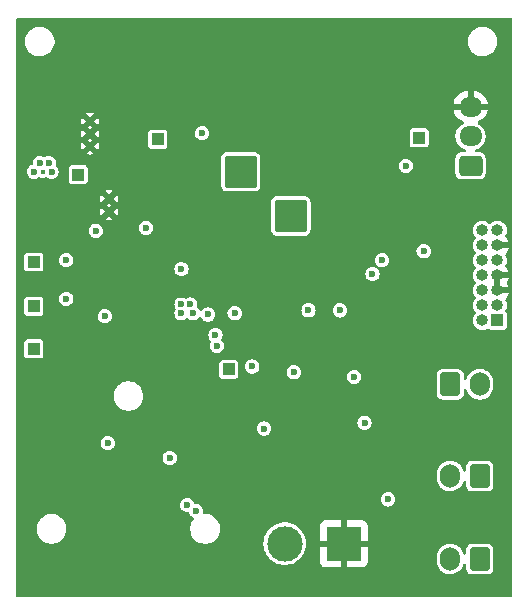
<source format=gbr>
%TF.GenerationSoftware,KiCad,Pcbnew,8.0.2*%
%TF.CreationDate,2024-10-23T20:47:09+03:00*%
%TF.ProjectId,PowerServo AE 36V 3.6A 30D - DEV,506f7765-7253-4657-9276-6f2041452033,rev?*%
%TF.SameCoordinates,Original*%
%TF.FileFunction,Copper,L2,Inr*%
%TF.FilePolarity,Positive*%
%FSLAX46Y46*%
G04 Gerber Fmt 4.6, Leading zero omitted, Abs format (unit mm)*
G04 Created by KiCad (PCBNEW 8.0.2) date 2024-10-23 20:47:09*
%MOMM*%
%LPD*%
G01*
G04 APERTURE LIST*
G04 Aperture macros list*
%AMRoundRect*
0 Rectangle with rounded corners*
0 $1 Rounding radius*
0 $2 $3 $4 $5 $6 $7 $8 $9 X,Y pos of 4 corners*
0 Add a 4 corners polygon primitive as box body*
4,1,4,$2,$3,$4,$5,$6,$7,$8,$9,$2,$3,0*
0 Add four circle primitives for the rounded corners*
1,1,$1+$1,$2,$3*
1,1,$1+$1,$4,$5*
1,1,$1+$1,$6,$7*
1,1,$1+$1,$8,$9*
0 Add four rect primitives between the rounded corners*
20,1,$1+$1,$2,$3,$4,$5,0*
20,1,$1+$1,$4,$5,$6,$7,0*
20,1,$1+$1,$6,$7,$8,$9,0*
20,1,$1+$1,$8,$9,$2,$3,0*%
G04 Aperture macros list end*
%TA.AperFunction,ComponentPad*%
%ADD10RoundRect,0.250000X0.725000X-0.600000X0.725000X0.600000X-0.725000X0.600000X-0.725000X-0.600000X0*%
%TD*%
%TA.AperFunction,ComponentPad*%
%ADD11O,1.950000X1.700000*%
%TD*%
%TA.AperFunction,ComponentPad*%
%ADD12RoundRect,0.250000X0.600000X0.750000X-0.600000X0.750000X-0.600000X-0.750000X0.600000X-0.750000X0*%
%TD*%
%TA.AperFunction,ComponentPad*%
%ADD13O,1.700000X2.000000*%
%TD*%
%TA.AperFunction,ComponentPad*%
%ADD14R,1.000000X1.000000*%
%TD*%
%TA.AperFunction,ComponentPad*%
%ADD15R,3.000000X3.000000*%
%TD*%
%TA.AperFunction,ComponentPad*%
%ADD16C,3.000000*%
%TD*%
%TA.AperFunction,ComponentPad*%
%ADD17RoundRect,0.250000X-1.125000X-1.125000X1.125000X-1.125000X1.125000X1.125000X-1.125000X1.125000X0*%
%TD*%
%TA.AperFunction,ComponentPad*%
%ADD18O,1.000000X1.000000*%
%TD*%
%TA.AperFunction,HeatsinkPad*%
%ADD19C,0.500000*%
%TD*%
%TA.AperFunction,ComponentPad*%
%ADD20RoundRect,0.250000X-0.600000X-0.750000X0.600000X-0.750000X0.600000X0.750000X-0.600000X0.750000X0*%
%TD*%
%TA.AperFunction,ViaPad*%
%ADD21C,0.600000*%
%TD*%
%TA.AperFunction,ViaPad*%
%ADD22C,0.450000*%
%TD*%
G04 APERTURE END LIST*
D10*
%TO.N,+3V3*%
%TO.C,J8*%
X123975002Y-68000002D03*
D11*
%TO.N,uC_PWM_IN*%
X123975001Y-65500002D03*
%TO.N,GND*%
X123975002Y-63000002D03*
%TD*%
D12*
%TO.N,CAN_H*%
%TO.C,J6*%
X124749999Y-94275002D03*
D13*
%TO.N,CAN_L*%
X122249999Y-94275001D03*
%TD*%
D14*
%TO.N,DRV_IN1*%
%TO.C,J10*%
X87000000Y-79905000D03*
%TD*%
D15*
%TO.N,GND*%
%TO.C,J4*%
X113250000Y-100000000D03*
D16*
%TO.N,+12V*%
X108250000Y-100000000D03*
%TD*%
D14*
%TO.N,DRV_IN2*%
%TO.C,J11*%
X87000000Y-76155000D03*
%TD*%
%TO.N,+3V3*%
%TO.C,J17*%
X87000000Y-83500000D03*
%TD*%
D17*
%TO.N,Net-(IC1-OUT1)*%
%TO.C,J2*%
X108750000Y-72250000D03*
%TD*%
D14*
%TO.N,unconnected-(J3-Pin_1-Pad1)*%
%TO.C,J3*%
X126250000Y-81100001D03*
D18*
%TO.N,unconnected-(J3-Pin_2-Pad2)*%
X124979999Y-81100001D03*
%TO.N,+3V3*%
X126250000Y-79830000D03*
%TO.N,SWDIO*%
X124980002Y-79830003D03*
%TO.N,GND*%
X126250001Y-78559998D03*
%TO.N,SWCLK*%
X124979999Y-78560003D03*
%TO.N,GND*%
X126250000Y-77290002D03*
%TO.N,unconnected-(J3-Pin_8-Pad8)*%
X124980000Y-77290002D03*
%TO.N,unconnected-(J3-Pin_9-Pad9)*%
X126250000Y-76020001D03*
%TO.N,unconnected-(J3-Pin_10-Pad10)*%
X124980001Y-76019999D03*
%TO.N,GND*%
X126250000Y-74750001D03*
%TO.N,NRST*%
X124979999Y-74750001D03*
%TO.N,unconnected-(J3-Pin_13-Pad13)*%
X126250000Y-73480001D03*
%TO.N,unconnected-(J3-Pin_14-Pad14)*%
X124979999Y-73480000D03*
%TD*%
D14*
%TO.N,+5V*%
%TO.C,J16*%
X97500000Y-65750001D03*
%TD*%
%TO.N,ISEN*%
%TO.C,J12*%
X103500000Y-85250000D03*
%TD*%
D17*
%TO.N,Net-(IC1-OUT2)*%
%TO.C,J7*%
X104500000Y-68500000D03*
%TD*%
D19*
%TO.N,GND*%
%TO.C,U2*%
X93362500Y-70780007D03*
X93362500Y-71880005D03*
%TD*%
D12*
%TO.N,CAN_H*%
%TO.C,J1*%
X124749999Y-101300001D03*
D13*
%TO.N,CAN_L*%
X122249999Y-101300000D03*
%TD*%
D14*
%TO.N,+3V3*%
%TO.C,J13*%
X90750000Y-68750001D03*
%TD*%
D20*
%TO.N,uC_UART_TX*%
%TO.C,J5*%
X122250000Y-86500001D03*
D13*
%TO.N,uC_UART_RX*%
X124750000Y-86500001D03*
%TD*%
D19*
%TO.N,GND*%
%TO.C,U1*%
X91749998Y-65280002D03*
X91749999Y-64250001D03*
X91749999Y-66310001D03*
%TD*%
D14*
%TO.N,uC_PWM_IN*%
%TO.C,J9*%
X119625000Y-65625001D03*
%TD*%
D21*
%TO.N,GND*%
X126100000Y-64800000D03*
X90900000Y-60800000D03*
X94900000Y-56800000D03*
X86900000Y-90400000D03*
X126100000Y-61600000D03*
X87700000Y-93600000D03*
X120500000Y-73600000D03*
X93300000Y-56800000D03*
X92500000Y-69600000D03*
X100500000Y-101600000D03*
X87700000Y-60000000D03*
X102100000Y-102400000D03*
X110100000Y-66400000D03*
X123700000Y-82400000D03*
X122900000Y-72000000D03*
X117300000Y-62400000D03*
X117300000Y-102400000D03*
X103700000Y-59200000D03*
X118100000Y-88800000D03*
X110100000Y-77600000D03*
X102100000Y-60000000D03*
X86100000Y-70400000D03*
X125300000Y-84800000D03*
X90100000Y-92000000D03*
X126900000Y-70400000D03*
X106900000Y-62400000D03*
X89300000Y-90400000D03*
X107700000Y-79200000D03*
X92500000Y-59200000D03*
X119700000Y-102400000D03*
X118100000Y-57600000D03*
X114900000Y-67200000D03*
X118900000Y-76800000D03*
X115700000Y-86400000D03*
X110900000Y-82400000D03*
X100500000Y-102400000D03*
X96500000Y-85600000D03*
X109300000Y-58400000D03*
X126900000Y-68000000D03*
X94250000Y-78000000D03*
X95700000Y-85600000D03*
X97300000Y-89600000D03*
X114900000Y-96800000D03*
X120500000Y-90400000D03*
X92500000Y-60000000D03*
X86900000Y-64800000D03*
X122900000Y-76000000D03*
X86900000Y-89600000D03*
X106900000Y-63200000D03*
X114900000Y-58400000D03*
X90100000Y-88800000D03*
X86100000Y-97600000D03*
X118100000Y-70400000D03*
X94250000Y-76750000D03*
X102900000Y-61600000D03*
X120500000Y-71200000D03*
X94750000Y-78750000D03*
X88500000Y-76000000D03*
X93300000Y-102400000D03*
X94100000Y-60000000D03*
X91700000Y-90400000D03*
X108500000Y-62400000D03*
X96500000Y-103200000D03*
X118100000Y-58400000D03*
X104500000Y-58400000D03*
X112500000Y-67200000D03*
X98100000Y-61600000D03*
X86900000Y-59200000D03*
X111700000Y-74400000D03*
X118100000Y-99200000D03*
X98900000Y-62400000D03*
X117300000Y-70400000D03*
X94100000Y-98400000D03*
X112500000Y-61600000D03*
X117300000Y-59200000D03*
X122100000Y-71200000D03*
X122900000Y-69600000D03*
X92500000Y-63200000D03*
X100500000Y-56800000D03*
X99700000Y-60000000D03*
X117300000Y-72800000D03*
X87700000Y-92800000D03*
X105300000Y-60000000D03*
X114900000Y-103200000D03*
X126100000Y-60000000D03*
X111700000Y-70400000D03*
X110100000Y-61600000D03*
X95873000Y-71306645D03*
X97300000Y-67200000D03*
X109300000Y-67200000D03*
X94100000Y-100800000D03*
X106100000Y-56800000D03*
X123700000Y-70400000D03*
X111700000Y-64000000D03*
X90100000Y-97600000D03*
X86100000Y-96000000D03*
X88500000Y-59200000D03*
X86900000Y-87200000D03*
X102100000Y-62400000D03*
X103000000Y-78000000D03*
X120500000Y-99200000D03*
X115700000Y-59200000D03*
X86100000Y-72000000D03*
X120500000Y-67200000D03*
X118100000Y-63200000D03*
X115700000Y-69600000D03*
X109300000Y-66400000D03*
X115700000Y-97600000D03*
X121300000Y-88800000D03*
X107700000Y-82400000D03*
X118900000Y-64000000D03*
X92500000Y-102400000D03*
X115700000Y-73600000D03*
X92500000Y-57600000D03*
X120500000Y-88800000D03*
X96500000Y-91200000D03*
X93300000Y-61600000D03*
X116500000Y-58400000D03*
X114100000Y-58400000D03*
X99700000Y-69600000D03*
X117300000Y-58400000D03*
X121300000Y-60000000D03*
X120500000Y-70400000D03*
X122100000Y-72000000D03*
X122100000Y-63200000D03*
X94900000Y-62400000D03*
X101300000Y-102400000D03*
X94100000Y-85600000D03*
X116500000Y-87200000D03*
X98100000Y-96000000D03*
X117300000Y-101600000D03*
X106100000Y-59200000D03*
X114900000Y-57600000D03*
X93300000Y-63200000D03*
X119700000Y-98400000D03*
X88500000Y-103200000D03*
X86900000Y-95200000D03*
X110100000Y-60800000D03*
X110900000Y-59200000D03*
X116500000Y-86400000D03*
X91700000Y-91200000D03*
X103700000Y-56800000D03*
X90100000Y-100800000D03*
X115700000Y-64000000D03*
X108500000Y-78400000D03*
X110900000Y-60800000D03*
X91700000Y-102400000D03*
X123700000Y-72000000D03*
X90100000Y-96000000D03*
X99700000Y-60800000D03*
X112500000Y-69600000D03*
X98100000Y-95200000D03*
X118100000Y-64000000D03*
X99700000Y-62400000D03*
X88500000Y-92800000D03*
X95700000Y-100800000D03*
X86900000Y-74400000D03*
X94900000Y-61600000D03*
X86100000Y-87200000D03*
X114900000Y-56800000D03*
X89300000Y-88800000D03*
X114100000Y-61600000D03*
X126900000Y-59200000D03*
X120500000Y-100000000D03*
X118100000Y-60000000D03*
X116500000Y-60000000D03*
X104500000Y-63200000D03*
X106100000Y-60000000D03*
X126900000Y-103200000D03*
X86100000Y-59200000D03*
X89300000Y-92800000D03*
X90900000Y-59200000D03*
X115700000Y-70400000D03*
X126900000Y-69600000D03*
X114900000Y-60000000D03*
X118900000Y-86400000D03*
X89300000Y-64000000D03*
X117300000Y-64000000D03*
X111700000Y-72800000D03*
X108500000Y-68000000D03*
X106100000Y-60800000D03*
X125300000Y-92000000D03*
X126100000Y-83200000D03*
X89300000Y-102400000D03*
X114900000Y-70400000D03*
X118900000Y-100000000D03*
X126900000Y-102400000D03*
X126900000Y-100800000D03*
X92500000Y-84000000D03*
X94100000Y-102400000D03*
X102900000Y-58400000D03*
X98900000Y-94400000D03*
X100500000Y-63200000D03*
X125300000Y-61600000D03*
X92500000Y-97600000D03*
X87700000Y-88000000D03*
X108500000Y-58400000D03*
X110900000Y-74400000D03*
X89300000Y-91200000D03*
X113300000Y-96000000D03*
X98900000Y-59200000D03*
X109300000Y-82400000D03*
X108500000Y-68800000D03*
X90100000Y-84800000D03*
X98900000Y-60800000D03*
X86900000Y-91200000D03*
X122100000Y-69600000D03*
X113300000Y-102400000D03*
X122100000Y-62400000D03*
X98900000Y-101600000D03*
X121300000Y-64000000D03*
X95750000Y-80000000D03*
X86100000Y-72800000D03*
X118100000Y-69600000D03*
X112500000Y-60000000D03*
X114100000Y-70400000D03*
X122100000Y-68800000D03*
X93300000Y-103200000D03*
X115700000Y-72800000D03*
X116500000Y-97600000D03*
X114100000Y-64000000D03*
X118900000Y-100800000D03*
X119700000Y-99200000D03*
X100500000Y-60800000D03*
X124500000Y-59200000D03*
X106900000Y-57600000D03*
X117300000Y-56800000D03*
X91700000Y-101600000D03*
X114100000Y-96800000D03*
X116500000Y-103200000D03*
X86900000Y-60800000D03*
X117300000Y-100800000D03*
X92500000Y-56800000D03*
X122100000Y-59200000D03*
X92500000Y-100800000D03*
X88500000Y-90400000D03*
X113300000Y-64000000D03*
X86100000Y-93600000D03*
X93300000Y-58400000D03*
X112500000Y-58400000D03*
X95700000Y-100000000D03*
X90100000Y-103200000D03*
X118100000Y-101600000D03*
X116500000Y-69600000D03*
X90900000Y-102400000D03*
X94900000Y-100000000D03*
X119700000Y-77600000D03*
X101300000Y-64000000D03*
X90900000Y-97600000D03*
X89300000Y-88000000D03*
X95700000Y-63200000D03*
X92500000Y-62400000D03*
X111700000Y-57600000D03*
X105300000Y-87200000D03*
X123700000Y-96800000D03*
X99700000Y-68800000D03*
X97300000Y-100000000D03*
X98100000Y-72000000D03*
X99700000Y-100000000D03*
X98100000Y-62400000D03*
X99700000Y-63200000D03*
X100500000Y-64000000D03*
X94100000Y-59200000D03*
X107700000Y-61600000D03*
X123700000Y-103200000D03*
X126100000Y-82400000D03*
X90900000Y-91200000D03*
X123700000Y-88000000D03*
X110900000Y-66400000D03*
X114100000Y-60800000D03*
X86100000Y-98400000D03*
X113300000Y-60000000D03*
X105300000Y-64000000D03*
X99700000Y-64800000D03*
X118100000Y-62400000D03*
X122900000Y-72800000D03*
X105300000Y-56800000D03*
X116500000Y-56800000D03*
X110100000Y-68000000D03*
X109300000Y-77600000D03*
X123700000Y-71200000D03*
X103700000Y-58400000D03*
X91700000Y-95200000D03*
X121300000Y-80800000D03*
X114100000Y-74400000D03*
X120500000Y-62400000D03*
X96500000Y-57600000D03*
X91700000Y-100000000D03*
X126900000Y-60800000D03*
X91700000Y-92800000D03*
X91700000Y-60000000D03*
X126100000Y-63200000D03*
X126900000Y-91200000D03*
X109300000Y-60000000D03*
X90900000Y-60000000D03*
X109300000Y-59200000D03*
X87700000Y-91200000D03*
X90100000Y-62400000D03*
X103700000Y-62400000D03*
X110900000Y-61600000D03*
X119700000Y-90400000D03*
X97300000Y-56800000D03*
X118900000Y-62400000D03*
X110900000Y-56800000D03*
X86100000Y-86400000D03*
X114100000Y-69600000D03*
X86100000Y-64800000D03*
X98900000Y-102400000D03*
X118900000Y-57600000D03*
X88500000Y-96800000D03*
X92500000Y-84800000D03*
X112500000Y-81600000D03*
X98100000Y-103200000D03*
X101300000Y-62400000D03*
X101300000Y-57600000D03*
X118900000Y-88000000D03*
X112500000Y-68800000D03*
X95750000Y-78750000D03*
X97300000Y-71200000D03*
X90900000Y-58400000D03*
X90100000Y-61600000D03*
X126900000Y-89600000D03*
X111700000Y-102400000D03*
X126900000Y-92800000D03*
X111700000Y-103200000D03*
X101300000Y-56800000D03*
X96500000Y-63200000D03*
X126100000Y-89600000D03*
X95700000Y-56800000D03*
X119700000Y-59200000D03*
X86100000Y-60000000D03*
X126100000Y-65600000D03*
X111700000Y-80800000D03*
X110100000Y-56800000D03*
X98100000Y-70400000D03*
X108500000Y-61600000D03*
X126900000Y-61600000D03*
X117300000Y-73600000D03*
X91700000Y-94400000D03*
X118900000Y-99200000D03*
X106900000Y-60000000D03*
X111700000Y-66400000D03*
X126100000Y-99200000D03*
X116500000Y-72000000D03*
X118900000Y-97600000D03*
X108500000Y-77600000D03*
X99700000Y-100800000D03*
X97300000Y-91200000D03*
X121300000Y-98400000D03*
X115700000Y-68000000D03*
X99700000Y-58400000D03*
X91700000Y-97600000D03*
X117300000Y-57600000D03*
X111700000Y-82400000D03*
X124500000Y-84000000D03*
X126900000Y-99200000D03*
X110900000Y-68000000D03*
X118100000Y-86400000D03*
X115700000Y-101600000D03*
X93300000Y-84800000D03*
X112500000Y-72000000D03*
X120500000Y-89600000D03*
X122900000Y-71200000D03*
X96500000Y-64000000D03*
X89300000Y-103200000D03*
X94100000Y-61600000D03*
X94750000Y-77250000D03*
X121300000Y-68800000D03*
X99700000Y-99200000D03*
X116500000Y-89600000D03*
X93300000Y-100000000D03*
X107700000Y-77600000D03*
X96500000Y-62400000D03*
X114900000Y-72800000D03*
X119700000Y-58400000D03*
X114100000Y-97600000D03*
X122100000Y-90400000D03*
X118100000Y-85600000D03*
X86100000Y-77600000D03*
X112500000Y-56800000D03*
X114900000Y-64000000D03*
X114100000Y-59200000D03*
X86900000Y-85600000D03*
X108500000Y-80000000D03*
X99700000Y-59200000D03*
X106900000Y-60800000D03*
X118100000Y-100800000D03*
X93300000Y-84000000D03*
X122100000Y-58400000D03*
X86900000Y-100800000D03*
X124500000Y-71200000D03*
X109300000Y-68000000D03*
X118100000Y-97600000D03*
X100500000Y-100800000D03*
X112500000Y-103200000D03*
X107700000Y-64000000D03*
X126100000Y-62400000D03*
X120500000Y-76800000D03*
X117300000Y-88800000D03*
X99700000Y-103200000D03*
X117300000Y-64800000D03*
X117300000Y-89600000D03*
X97300000Y-99200000D03*
X115700000Y-61600000D03*
X118900000Y-103200000D03*
X94100000Y-99200000D03*
X125300000Y-83200000D03*
X89300000Y-93600000D03*
X126900000Y-101600000D03*
X118900000Y-61600000D03*
X114100000Y-68800000D03*
X89300000Y-84000000D03*
X126900000Y-63200000D03*
X94900000Y-58400000D03*
X90100000Y-100000000D03*
X86100000Y-73600000D03*
X90900000Y-95200000D03*
X118100000Y-71200000D03*
X126900000Y-62400000D03*
X117300000Y-60000000D03*
X115700000Y-74400000D03*
X110100000Y-58400000D03*
X104500000Y-103200000D03*
X106900000Y-59200000D03*
X118900000Y-56800000D03*
X114900000Y-69600000D03*
X93300000Y-60800000D03*
X103700000Y-60800000D03*
X121300000Y-69600000D03*
X92500000Y-103200000D03*
X91700000Y-96000000D03*
X90900000Y-96800000D03*
X91700000Y-56800000D03*
X86900000Y-94400000D03*
X110900000Y-81600000D03*
X121300000Y-76800000D03*
X113300000Y-57600000D03*
X112500000Y-71200000D03*
X94900000Y-85600000D03*
X89300000Y-70400000D03*
X108500000Y-63200000D03*
X90900000Y-98400000D03*
X118900000Y-63200000D03*
X111700000Y-73600000D03*
X112500000Y-60800000D03*
X98100000Y-60000000D03*
X122900000Y-88800000D03*
X118900000Y-98400000D03*
X103700000Y-102400000D03*
X126900000Y-56800000D03*
X86900000Y-62400000D03*
X97300000Y-102400000D03*
X90100000Y-58400000D03*
X86100000Y-62400000D03*
X88500000Y-60800000D03*
X93300000Y-96800000D03*
X92500000Y-100000000D03*
X122900000Y-70400000D03*
X117300000Y-69600000D03*
X89300000Y-58400000D03*
X98900000Y-64000000D03*
X110100000Y-60000000D03*
X118100000Y-60800000D03*
X87700000Y-61600000D03*
X87700000Y-100800000D03*
X94900000Y-100800000D03*
X123700000Y-99200000D03*
X88500000Y-93600000D03*
X122900000Y-56800000D03*
X87700000Y-96800000D03*
X123700000Y-80800000D03*
X114100000Y-68000000D03*
X109300000Y-78400000D03*
X112500000Y-70400000D03*
X119700000Y-62400000D03*
X98100000Y-56800000D03*
X86100000Y-88800000D03*
X124500000Y-82400000D03*
X89300000Y-63200000D03*
X122100000Y-64800000D03*
X120500000Y-68800000D03*
X105300000Y-58400000D03*
X102100000Y-101600000D03*
X96500000Y-60800000D03*
X86900000Y-61600000D03*
X86100000Y-88000000D03*
X119700000Y-85600000D03*
X122900000Y-77600000D03*
X125300000Y-91200000D03*
X108500000Y-60800000D03*
X119700000Y-92800000D03*
X86100000Y-102400000D03*
X120500000Y-58400000D03*
X94900000Y-60000000D03*
X124500000Y-60000000D03*
X114900000Y-63200000D03*
X114900000Y-60800000D03*
X87700000Y-96000000D03*
X111700000Y-61600000D03*
X97300000Y-60800000D03*
X86900000Y-88000000D03*
X86900000Y-60000000D03*
X94100000Y-101600000D03*
X107700000Y-59200000D03*
X116500000Y-101600000D03*
X89300000Y-92000000D03*
X119700000Y-100800000D03*
X87700000Y-60800000D03*
X90900000Y-92800000D03*
X98900000Y-64800000D03*
X121300000Y-58400000D03*
X126100000Y-67200000D03*
X87700000Y-86400000D03*
X113300000Y-59200000D03*
X89300000Y-96800000D03*
X111700000Y-68800000D03*
X96500000Y-68000000D03*
X104500000Y-60000000D03*
X122100000Y-80800000D03*
X117300000Y-100000000D03*
X86100000Y-96800000D03*
X98900000Y-65600000D03*
X90100000Y-92800000D03*
X117300000Y-86400000D03*
X113300000Y-72000000D03*
X108500000Y-59200000D03*
X101300000Y-100800000D03*
X123700000Y-76800000D03*
X113300000Y-96800000D03*
X120500000Y-59200000D03*
X88500000Y-95200000D03*
X122900000Y-60000000D03*
X93300000Y-68000000D03*
X86900000Y-96000000D03*
X97300000Y-100800000D03*
X125300000Y-60000000D03*
X126900000Y-100000000D03*
X105300000Y-59200000D03*
X117300000Y-83200000D03*
X120500000Y-57600000D03*
X91700000Y-58400000D03*
X114100000Y-102400000D03*
X126900000Y-58400000D03*
X126900000Y-92000000D03*
X116500000Y-72800000D03*
X124500000Y-72000000D03*
X89300000Y-95200000D03*
X91700000Y-93600000D03*
X126100000Y-98400000D03*
X126100000Y-66400000D03*
X118900000Y-102400000D03*
X99700000Y-102400000D03*
X102100000Y-61600000D03*
X96500000Y-99200000D03*
X121300000Y-72800000D03*
X108500000Y-82400000D03*
X115700000Y-100000000D03*
X90900000Y-94400000D03*
X86100000Y-92000000D03*
X91700000Y-84800000D03*
X120500000Y-86400000D03*
X126900000Y-98400000D03*
X101300000Y-103200000D03*
X104500000Y-60800000D03*
X116500000Y-60800000D03*
X110900000Y-64000000D03*
X96500000Y-100000000D03*
X120500000Y-88000000D03*
X86100000Y-63200000D03*
X109300000Y-61600000D03*
X122100000Y-81600000D03*
X113300000Y-61600000D03*
X86100000Y-100800000D03*
X88500000Y-102400000D03*
X121300000Y-67200000D03*
X106100000Y-57600000D03*
X120500000Y-63200000D03*
X95700000Y-101600000D03*
X123700000Y-77600000D03*
X86100000Y-60800000D03*
X112500000Y-102400000D03*
X126900000Y-95200000D03*
X102100000Y-100800000D03*
X115700000Y-56800000D03*
X102100000Y-57600000D03*
X111700000Y-59200000D03*
X120500000Y-101600000D03*
X108500000Y-56800000D03*
X90900000Y-62400000D03*
X88500000Y-101600000D03*
X109300000Y-60800000D03*
X110900000Y-57600000D03*
X88500000Y-100800000D03*
X122100000Y-64000000D03*
X106900000Y-56800000D03*
X97300000Y-59200000D03*
X116500000Y-102400000D03*
X90900000Y-61600000D03*
X126100000Y-96800000D03*
X108500000Y-67200000D03*
X98900000Y-60000000D03*
X95700000Y-60000000D03*
X95700000Y-103200000D03*
X94900000Y-101600000D03*
X118900000Y-58400000D03*
X116500000Y-98400000D03*
X116500000Y-70400000D03*
X120500000Y-64000000D03*
X113300000Y-71200000D03*
X91700000Y-63200000D03*
X122100000Y-70400000D03*
X113300000Y-69600000D03*
X104500000Y-61600000D03*
X97300000Y-70400000D03*
X86100000Y-100000000D03*
X100500000Y-58400000D03*
X119700000Y-87200000D03*
X121300000Y-70400000D03*
X112500000Y-59200000D03*
X113300000Y-70400000D03*
X91700000Y-60800000D03*
X110100000Y-82400000D03*
X122900000Y-58400000D03*
X115700000Y-72000000D03*
X102100000Y-63200000D03*
X86100000Y-90400000D03*
X119700000Y-76800000D03*
X126100000Y-97600000D03*
X122100000Y-88800000D03*
X110900000Y-63200000D03*
X100500000Y-103200000D03*
X124500000Y-91200000D03*
X111700000Y-60000000D03*
X120500000Y-61600000D03*
X115700000Y-98400000D03*
X93300000Y-101600000D03*
X120500000Y-69600000D03*
X123700000Y-88800000D03*
X97300000Y-103200000D03*
X98900000Y-99200000D03*
X90100000Y-60000000D03*
X126900000Y-64000000D03*
X126900000Y-94400000D03*
X114100000Y-60000000D03*
X93300000Y-97600000D03*
X111700000Y-60800000D03*
X93300000Y-85600000D03*
X117300000Y-99200000D03*
X94750000Y-80000000D03*
X91700000Y-100800000D03*
X102100000Y-56800000D03*
X120500000Y-100800000D03*
X113300000Y-103200000D03*
X126100000Y-91200000D03*
X121300000Y-64800000D03*
X118100000Y-88000000D03*
X95250000Y-79250000D03*
X119700000Y-89600000D03*
X92500000Y-58400000D03*
X123700000Y-76000000D03*
X91700000Y-85600000D03*
X117300000Y-88000000D03*
X122100000Y-72800000D03*
X109300000Y-56800000D03*
X102900000Y-57600000D03*
X94900000Y-60800000D03*
X120500000Y-102400000D03*
X110100000Y-68800000D03*
X92500000Y-86400000D03*
X117300000Y-60800000D03*
X118100000Y-98400000D03*
X107700000Y-78400000D03*
X90900000Y-92000000D03*
X114900000Y-73600000D03*
X122900000Y-57600000D03*
X114900000Y-59200000D03*
X98900000Y-100000000D03*
X106100000Y-58400000D03*
X120500000Y-87200000D03*
X97300000Y-58400000D03*
X102100000Y-60800000D03*
X105300000Y-60800000D03*
X94100000Y-103200000D03*
X102100000Y-59200000D03*
X116500000Y-64800000D03*
X92500000Y-99200000D03*
X115700000Y-68800000D03*
X106900000Y-64000000D03*
X97300000Y-90400000D03*
X97300000Y-64000000D03*
X87700000Y-59200000D03*
X119700000Y-60000000D03*
X87700000Y-94400000D03*
X86900000Y-92000000D03*
X118100000Y-72800000D03*
X113300000Y-95200000D03*
X113300000Y-68000000D03*
X88500000Y-62400000D03*
X90900000Y-56800000D03*
X118900000Y-60000000D03*
X114100000Y-63200000D03*
X120500000Y-60800000D03*
X108500000Y-57600000D03*
X126900000Y-57600000D03*
X111700000Y-68000000D03*
X103700000Y-61600000D03*
X104500000Y-64000000D03*
X122900000Y-76800000D03*
X126100000Y-68000000D03*
X103700000Y-64000000D03*
X122100000Y-89600000D03*
X118100000Y-84800000D03*
X94100000Y-68000000D03*
X121300000Y-77600000D03*
X93300000Y-60000000D03*
X90100000Y-89600000D03*
X87700000Y-88800000D03*
X114100000Y-57600000D03*
X108500000Y-79200000D03*
X94900000Y-102400000D03*
X98900000Y-61600000D03*
X86900000Y-101600000D03*
X125300000Y-90400000D03*
X91700000Y-57600000D03*
X111700000Y-97600000D03*
X120500000Y-77600000D03*
X121300000Y-60800000D03*
X86100000Y-94400000D03*
X94900000Y-63200000D03*
X88500000Y-92000000D03*
X93300000Y-62400000D03*
X112500000Y-66400000D03*
X122100000Y-56800000D03*
X126900000Y-93600000D03*
X119700000Y-64000000D03*
X101300000Y-63200000D03*
X97300000Y-69600000D03*
X98100000Y-69600000D03*
X94100000Y-58400000D03*
X89300000Y-101600000D03*
X111700000Y-62400000D03*
X87700000Y-87200000D03*
X88500000Y-88000000D03*
X86900000Y-102400000D03*
X95700000Y-60800000D03*
X114900000Y-68800000D03*
X126100000Y-64000000D03*
X87700000Y-89600000D03*
X120500000Y-60000000D03*
X120500000Y-56800000D03*
X113300000Y-63200000D03*
X103700000Y-103200000D03*
X109300000Y-57600000D03*
X113300000Y-56800000D03*
X118100000Y-87200000D03*
X86100000Y-92800000D03*
X117300000Y-84000000D03*
X116500000Y-68800000D03*
X115700000Y-62400000D03*
X122100000Y-57600000D03*
X105300000Y-57600000D03*
X94900000Y-57600000D03*
X86100000Y-95200000D03*
X98100000Y-58400000D03*
X111700000Y-96800000D03*
X90900000Y-100800000D03*
X101300000Y-61600000D03*
X105300000Y-62400000D03*
X98900000Y-103200000D03*
X87700000Y-102400000D03*
X123700000Y-60000000D03*
X96500000Y-61600000D03*
X116500000Y-84000000D03*
X110100000Y-62400000D03*
X117300000Y-87200000D03*
X110900000Y-68800000D03*
X86900000Y-81600000D03*
X119700000Y-61600000D03*
X122100000Y-60800000D03*
X122900000Y-59200000D03*
X115700000Y-100800000D03*
X98100000Y-63200000D03*
X94900000Y-99200000D03*
X88500000Y-89600000D03*
X86900000Y-103200000D03*
X86100000Y-91200000D03*
X96500000Y-84800000D03*
X102900000Y-64000000D03*
X125300000Y-103200000D03*
X122900000Y-81600000D03*
X112500000Y-64000000D03*
X86100000Y-65600000D03*
X93300000Y-98400000D03*
X107700000Y-60800000D03*
X98900000Y-95200000D03*
X121300000Y-62400000D03*
X119700000Y-88000000D03*
X116500000Y-100800000D03*
X88500000Y-91200000D03*
X116500000Y-57600000D03*
X121300000Y-99200000D03*
X89300000Y-62400000D03*
X122100000Y-76800000D03*
X90100000Y-93600000D03*
X126100000Y-59200000D03*
X120500000Y-72000000D03*
X96500000Y-102400000D03*
X118100000Y-59200000D03*
X110900000Y-62400000D03*
X114900000Y-62400000D03*
X106100000Y-63200000D03*
X126900000Y-97600000D03*
X107700000Y-62400000D03*
X100500000Y-61600000D03*
X121300000Y-76000000D03*
X90100000Y-84000000D03*
X117300000Y-63200000D03*
X90900000Y-57600000D03*
X126900000Y-66400000D03*
X107700000Y-57600000D03*
X118900000Y-85600000D03*
X98100000Y-57600000D03*
X98900000Y-100800000D03*
X126100000Y-68800000D03*
X87700000Y-64800000D03*
X123700000Y-81600000D03*
X90900000Y-103200000D03*
X86100000Y-78400000D03*
X118100000Y-103200000D03*
X122100000Y-76000000D03*
X96500000Y-60000000D03*
X111700000Y-67200000D03*
X115700000Y-63200000D03*
X100500000Y-57600000D03*
X88500000Y-88800000D03*
X122900000Y-61600000D03*
X118100000Y-72000000D03*
X94100000Y-63200000D03*
X123700000Y-59200000D03*
X122900000Y-103200000D03*
X113300000Y-66400000D03*
X126100000Y-92000000D03*
X116500000Y-90400000D03*
X104500000Y-62400000D03*
X114900000Y-71200000D03*
X118100000Y-56800000D03*
X98100000Y-99200000D03*
X118900000Y-60800000D03*
X114100000Y-72000000D03*
X88500000Y-87200000D03*
X92500000Y-101600000D03*
X86900000Y-86400000D03*
X97300000Y-101600000D03*
X99700000Y-101600000D03*
X116500000Y-88800000D03*
X86100000Y-66400000D03*
X102100000Y-58400000D03*
X112500000Y-96000000D03*
X94100000Y-62400000D03*
X97300000Y-60000000D03*
X112500000Y-97600000D03*
X126900000Y-67200000D03*
X118100000Y-102400000D03*
X114100000Y-73600000D03*
X116500000Y-63200000D03*
X102900000Y-103200000D03*
X86900000Y-88800000D03*
X91700000Y-99200000D03*
X116500000Y-61600000D03*
X88500000Y-96000000D03*
X110900000Y-58400000D03*
X114100000Y-103200000D03*
X117300000Y-97600000D03*
X118100000Y-64800000D03*
X86900000Y-97600000D03*
X113300000Y-62400000D03*
X102100000Y-103200000D03*
X96500000Y-101600000D03*
X126900000Y-96000000D03*
X119700000Y-57600000D03*
X115700000Y-57600000D03*
X118900000Y-87200000D03*
X94100000Y-69600000D03*
X103700000Y-57600000D03*
X101905331Y-78094669D03*
X90100000Y-57600000D03*
X112500000Y-57600000D03*
X98100000Y-100800000D03*
X98100000Y-71200000D03*
X111700000Y-69600000D03*
X113300000Y-60800000D03*
X117300000Y-84800000D03*
X115700000Y-87200000D03*
X101300000Y-101600000D03*
X102900000Y-56800000D03*
X93300000Y-69600000D03*
X117300000Y-72000000D03*
X90900000Y-93600000D03*
X112500000Y-82400000D03*
X118100000Y-65600000D03*
X102900000Y-59200000D03*
X102900000Y-100800000D03*
X123700000Y-73600000D03*
X114100000Y-62400000D03*
X120500000Y-103200000D03*
X123700000Y-96000000D03*
X97300000Y-63200000D03*
X99700000Y-61600000D03*
X90900000Y-63200000D03*
X107700000Y-63200000D03*
X125300000Y-60800000D03*
X98900000Y-69600000D03*
X118100000Y-73600000D03*
X119700000Y-63200000D03*
X116500000Y-64000000D03*
X122100000Y-77600000D03*
X118100000Y-89600000D03*
X110100000Y-59200000D03*
X92500000Y-61600000D03*
X93300000Y-59200000D03*
X112500000Y-63200000D03*
X125300000Y-82400000D03*
X90900000Y-96000000D03*
X106100000Y-61600000D03*
X111700000Y-63200000D03*
X122100000Y-103200000D03*
X91700000Y-86400000D03*
X101300000Y-59200000D03*
X100500000Y-59200000D03*
X93300000Y-100800000D03*
X117300000Y-103200000D03*
X94100000Y-56800000D03*
X104500000Y-59200000D03*
X90900000Y-101600000D03*
X90100000Y-101600000D03*
X114900000Y-61600000D03*
X86100000Y-99200000D03*
X121300000Y-63200000D03*
X86100000Y-89600000D03*
X89300000Y-61600000D03*
X107700000Y-80000000D03*
X116500000Y-82400000D03*
X107700000Y-60000000D03*
X90900000Y-89600000D03*
X95700000Y-59200000D03*
X90100000Y-56800000D03*
X122100000Y-67200000D03*
X93300000Y-99200000D03*
X100500000Y-60000000D03*
X119700000Y-86400000D03*
X87700000Y-92000000D03*
X125300000Y-72000000D03*
X90100000Y-59200000D03*
X114100000Y-67200000D03*
X100500000Y-62400000D03*
X124500000Y-92000000D03*
X114900000Y-97600000D03*
X110100000Y-78400000D03*
X96500000Y-56800000D03*
X116500000Y-74400000D03*
X91700000Y-62400000D03*
X110100000Y-64000000D03*
X122900000Y-80800000D03*
X92500000Y-96800000D03*
X103700000Y-60000000D03*
X115700000Y-103200000D03*
X126100000Y-60800000D03*
X126900000Y-68800000D03*
X86900000Y-100000000D03*
X114100000Y-72800000D03*
X96500000Y-90400000D03*
X116500000Y-100000000D03*
X97300000Y-61600000D03*
X86100000Y-61600000D03*
X86900000Y-92800000D03*
X89300000Y-59200000D03*
X94100000Y-60800000D03*
X91700000Y-61600000D03*
X119700000Y-60800000D03*
X108500000Y-60000000D03*
X90100000Y-91200000D03*
X86100000Y-64000000D03*
X126100000Y-69600000D03*
X98900000Y-58400000D03*
X126900000Y-64800000D03*
X86100000Y-81600000D03*
X92500000Y-98400000D03*
X111700000Y-71200000D03*
X118900000Y-89600000D03*
X114100000Y-66400000D03*
X96500000Y-67200000D03*
X95700000Y-102400000D03*
X98900000Y-57600000D03*
X116500000Y-83200000D03*
X114900000Y-72000000D03*
X90100000Y-94400000D03*
X91700000Y-103200000D03*
X95700000Y-61600000D03*
X101300000Y-58400000D03*
X117300000Y-61600000D03*
X86100000Y-71200000D03*
X123700000Y-72800000D03*
X86100000Y-85600000D03*
X98100000Y-60800000D03*
X92500000Y-60800000D03*
X95700000Y-62400000D03*
X115700000Y-88000000D03*
X99700000Y-57600000D03*
X90100000Y-96800000D03*
X88500000Y-60000000D03*
X103700000Y-63200000D03*
X96500000Y-100800000D03*
X121300000Y-66400000D03*
X115700000Y-71200000D03*
X90900000Y-100000000D03*
X124500000Y-83200000D03*
X102900000Y-60800000D03*
X89300000Y-60000000D03*
X109300000Y-63200000D03*
X116500000Y-85600000D03*
X97300000Y-62400000D03*
X88500000Y-61600000D03*
X111700000Y-56800000D03*
X92500000Y-87200000D03*
X93300000Y-86400000D03*
X121300000Y-59200000D03*
X121300000Y-57600000D03*
X102900000Y-102400000D03*
X101300000Y-60000000D03*
X126100000Y-84800000D03*
X112500000Y-62400000D03*
X91700000Y-96800000D03*
X126900000Y-60000000D03*
X86100000Y-101600000D03*
X87700000Y-101600000D03*
X110900000Y-60000000D03*
X102900000Y-62400000D03*
X102900000Y-63200000D03*
X116500000Y-99200000D03*
X104500000Y-57600000D03*
X96500000Y-58400000D03*
X111700000Y-72000000D03*
X126100000Y-96000000D03*
X102900000Y-101600000D03*
X122900000Y-82400000D03*
X122900000Y-60800000D03*
X98100000Y-64000000D03*
X118100000Y-61600000D03*
X96250000Y-79250000D03*
X98100000Y-100000000D03*
X95700000Y-57600000D03*
X106900000Y-61600000D03*
X86100000Y-103200000D03*
X96500000Y-59200000D03*
X98900000Y-56800000D03*
X110100000Y-67200000D03*
X122100000Y-60000000D03*
X116500000Y-84800000D03*
X90500000Y-72250000D03*
X90100000Y-90400000D03*
X116500000Y-62400000D03*
X107700000Y-58400000D03*
X117300000Y-98400000D03*
X101300000Y-60800000D03*
X110100000Y-63200000D03*
X124500000Y-60800000D03*
X118900000Y-88800000D03*
X113300000Y-97600000D03*
X119700000Y-56800000D03*
X113300000Y-67200000D03*
X94900000Y-59200000D03*
X95700000Y-58400000D03*
X118900000Y-96800000D03*
X125300000Y-84000000D03*
X87700000Y-95200000D03*
X97300000Y-57600000D03*
X94250000Y-79250000D03*
X122100000Y-61600000D03*
X87700000Y-62400000D03*
X117300000Y-65600000D03*
X89300000Y-57600000D03*
X114900000Y-74400000D03*
X103700000Y-101600000D03*
X118900000Y-101600000D03*
X89300000Y-96000000D03*
X114100000Y-71200000D03*
X109300000Y-68800000D03*
X90100000Y-102400000D03*
X126900000Y-90400000D03*
X91700000Y-84000000D03*
X116500000Y-88000000D03*
X126100000Y-90400000D03*
X121300000Y-89600000D03*
X106100000Y-64000000D03*
X121300000Y-56800000D03*
X123700000Y-97600000D03*
X115700000Y-60800000D03*
X115700000Y-99200000D03*
X125300000Y-59200000D03*
X112500000Y-96800000D03*
X95700000Y-99200000D03*
X110100000Y-57600000D03*
X91700000Y-59200000D03*
X115700000Y-58400000D03*
X90100000Y-95200000D03*
X94100000Y-100000000D03*
X96500000Y-69600000D03*
X98100000Y-102400000D03*
X105300000Y-61600000D03*
X126900000Y-96800000D03*
X92500000Y-85600000D03*
X126100000Y-84000000D03*
X91700000Y-92000000D03*
X116500000Y-73600000D03*
X88500000Y-94400000D03*
X119700000Y-88800000D03*
X120500000Y-72800000D03*
X108500000Y-64000000D03*
X109300000Y-62400000D03*
X94100000Y-57600000D03*
X89300000Y-89600000D03*
X90900000Y-90400000D03*
X86900000Y-93600000D03*
X91700000Y-98400000D03*
X98900000Y-63200000D03*
X112500000Y-68000000D03*
X102100000Y-64000000D03*
X105300000Y-63200000D03*
X121300000Y-103200000D03*
X111700000Y-81600000D03*
X123700000Y-83200000D03*
X86100000Y-74400000D03*
X90900000Y-84000000D03*
X116500000Y-59200000D03*
X121300000Y-71200000D03*
X126900000Y-65600000D03*
X90100000Y-60800000D03*
X92500000Y-68000000D03*
X114100000Y-56800000D03*
X104500000Y-56800000D03*
X107700000Y-56800000D03*
X97300000Y-72000000D03*
X98100000Y-59200000D03*
X118100000Y-100000000D03*
X121300000Y-72000000D03*
X89300000Y-56800000D03*
X119700000Y-103200000D03*
X90900000Y-99200000D03*
X114900000Y-102400000D03*
X118900000Y-59200000D03*
X120500000Y-98400000D03*
X118100000Y-66400000D03*
X95250000Y-78000000D03*
X102900000Y-60000000D03*
X90900000Y-84800000D03*
X126900000Y-88800000D03*
X89300000Y-100800000D03*
X117300000Y-71200000D03*
X121300000Y-61600000D03*
X87700000Y-90400000D03*
X117300000Y-74400000D03*
X116500000Y-71200000D03*
X118100000Y-84000000D03*
X109300000Y-64000000D03*
X99700000Y-56800000D03*
X121300000Y-90400000D03*
X119700000Y-100000000D03*
X121300000Y-73600000D03*
X113300000Y-68800000D03*
X124500000Y-103200000D03*
X123700000Y-98400000D03*
X114900000Y-68000000D03*
X99700000Y-64000000D03*
X121300000Y-74400000D03*
X108500000Y-66400000D03*
X87700000Y-103200000D03*
X123700000Y-60800000D03*
X98900000Y-70400000D03*
X86900000Y-96800000D03*
X110900000Y-67200000D03*
X90100000Y-63200000D03*
X94900000Y-103200000D03*
X86100000Y-84800000D03*
X89300000Y-60800000D03*
X117300000Y-85600000D03*
X98100000Y-101600000D03*
X126100000Y-103200000D03*
X89300000Y-94400000D03*
X119700000Y-101600000D03*
X115700000Y-102400000D03*
X122100000Y-66400000D03*
X106100000Y-62400000D03*
X115700000Y-60000000D03*
X122900000Y-89600000D03*
X113300000Y-58400000D03*
X93300000Y-57600000D03*
X111700000Y-58400000D03*
X118900000Y-84800000D03*
X90900000Y-85600000D03*
X106900000Y-58400000D03*
%TO.N,+3V3*%
X89750000Y-79262000D03*
X93000000Y-80750000D03*
X118500000Y-68000000D03*
X101250000Y-65250000D03*
X101750000Y-80596331D03*
X92250000Y-73500001D03*
X89750000Y-76000000D03*
X117000000Y-96250001D03*
%TO.N,+12V*%
X99500000Y-80500000D03*
D22*
X87750000Y-68500001D03*
D21*
X99500000Y-79750000D03*
X100250000Y-79750000D03*
X88500000Y-68500001D03*
X100500000Y-80500000D03*
X87500000Y-67750001D03*
X88250000Y-67750001D03*
X87000000Y-68500001D03*
%TO.N,ISEN*%
X99500000Y-76750000D03*
%TO.N,MOSI*%
X105500000Y-85000000D03*
X93250000Y-91500000D03*
%TO.N,+5V*%
X104000000Y-80500000D03*
X96500000Y-73250000D03*
%TO.N,CAN_SILENT*%
X115000000Y-89750000D03*
X112925222Y-80247768D03*
%TO.N,NRST*%
X120000000Y-75250000D03*
X110250000Y-80250000D03*
%TO.N,SWCLK*%
X116500000Y-76000000D03*
%TO.N,SWDIO*%
X115669143Y-77169143D03*
%TO.N,DRV_IN2*%
X102377000Y-82337183D03*
%TO.N,MISO*%
X100000000Y-96750000D03*
X106500000Y-90250000D03*
%TO.N,MAG_CS*%
X114125000Y-85875000D03*
X100750000Y-97250000D03*
%TO.N,SCK*%
X98500000Y-92750000D03*
X109000000Y-85500000D03*
%TO.N,DRV_IN1*%
X102500000Y-83250000D03*
%TD*%
%TA.AperFunction,Conductor*%
%TO.N,GND*%
G36*
X127442539Y-55520185D02*
G01*
X127488294Y-55572989D01*
X127499500Y-55624500D01*
X127499500Y-104375500D01*
X127479815Y-104442539D01*
X127427011Y-104488294D01*
X127375500Y-104499500D01*
X85624500Y-104499500D01*
X85557461Y-104479815D01*
X85511706Y-104427011D01*
X85500500Y-104375500D01*
X85500500Y-98651577D01*
X87249500Y-98651577D01*
X87249500Y-98848422D01*
X87280290Y-99042826D01*
X87341117Y-99230029D01*
X87430476Y-99405405D01*
X87546172Y-99564646D01*
X87685354Y-99703828D01*
X87844595Y-99819524D01*
X87927455Y-99861743D01*
X88019970Y-99908882D01*
X88019972Y-99908882D01*
X88019975Y-99908884D01*
X88120317Y-99941487D01*
X88207173Y-99969709D01*
X88401578Y-100000500D01*
X88401583Y-100000500D01*
X88598422Y-100000500D01*
X88792826Y-99969709D01*
X88980025Y-99908884D01*
X89155405Y-99819524D01*
X89314646Y-99703828D01*
X89453828Y-99564646D01*
X89569524Y-99405405D01*
X89658884Y-99230025D01*
X89719709Y-99042826D01*
X89729201Y-98982898D01*
X89750500Y-98848422D01*
X89750500Y-98651577D01*
X89719709Y-98457173D01*
X89658882Y-98269970D01*
X89611743Y-98177455D01*
X89569524Y-98094595D01*
X89453828Y-97935354D01*
X89314646Y-97796172D01*
X89155405Y-97680476D01*
X89151097Y-97678281D01*
X88980029Y-97591117D01*
X88792826Y-97530290D01*
X88598422Y-97499500D01*
X88598417Y-97499500D01*
X88401583Y-97499500D01*
X88401578Y-97499500D01*
X88207173Y-97530290D01*
X88019970Y-97591117D01*
X87844594Y-97680476D01*
X87753741Y-97746485D01*
X87685354Y-97796172D01*
X87685352Y-97796174D01*
X87685351Y-97796174D01*
X87546174Y-97935351D01*
X87546174Y-97935352D01*
X87546172Y-97935354D01*
X87520625Y-97970516D01*
X87430476Y-98094594D01*
X87341117Y-98269970D01*
X87280290Y-98457173D01*
X87249500Y-98651577D01*
X85500500Y-98651577D01*
X85500500Y-96749998D01*
X99394318Y-96749998D01*
X99394318Y-96750001D01*
X99414955Y-96906760D01*
X99414956Y-96906762D01*
X99475464Y-97052841D01*
X99571718Y-97178282D01*
X99697159Y-97274536D01*
X99843238Y-97335044D01*
X99921619Y-97345363D01*
X99999999Y-97355682D01*
X100000000Y-97355682D01*
X100000001Y-97355682D01*
X100042026Y-97350149D01*
X100111061Y-97360914D01*
X100163317Y-97407294D01*
X100172773Y-97425635D01*
X100203369Y-97499500D01*
X100225464Y-97552841D01*
X100321718Y-97678282D01*
X100447159Y-97774536D01*
X100447160Y-97774536D01*
X100447161Y-97774537D01*
X100467759Y-97783069D01*
X100522163Y-97826910D01*
X100544228Y-97893204D01*
X100526949Y-97960903D01*
X100520625Y-97970516D01*
X100430476Y-98094594D01*
X100341117Y-98269970D01*
X100280290Y-98457173D01*
X100249500Y-98651577D01*
X100249500Y-98848422D01*
X100280290Y-99042826D01*
X100341117Y-99230029D01*
X100430476Y-99405405D01*
X100546172Y-99564646D01*
X100685354Y-99703828D01*
X100844595Y-99819524D01*
X100927455Y-99861743D01*
X101019970Y-99908882D01*
X101019972Y-99908882D01*
X101019975Y-99908884D01*
X101120317Y-99941487D01*
X101207173Y-99969709D01*
X101401578Y-100000500D01*
X101401583Y-100000500D01*
X101598422Y-100000500D01*
X101601610Y-99999995D01*
X106444451Y-99999995D01*
X106444451Y-100000004D01*
X106464616Y-100269101D01*
X106524664Y-100532188D01*
X106524666Y-100532195D01*
X106623256Y-100783396D01*
X106623258Y-100783400D01*
X106631439Y-100797570D01*
X106758185Y-101017102D01*
X106791960Y-101059454D01*
X106926442Y-101228089D01*
X107113183Y-101401358D01*
X107124259Y-101411635D01*
X107347226Y-101563651D01*
X107590359Y-101680738D01*
X107848228Y-101760280D01*
X107848229Y-101760280D01*
X107848232Y-101760281D01*
X108115063Y-101800499D01*
X108115068Y-101800499D01*
X108115071Y-101800500D01*
X108115072Y-101800500D01*
X108384928Y-101800500D01*
X108384929Y-101800500D01*
X108384936Y-101800499D01*
X108651767Y-101760281D01*
X108651768Y-101760280D01*
X108651772Y-101760280D01*
X108909641Y-101680738D01*
X109152775Y-101563651D01*
X109375741Y-101411635D01*
X109573561Y-101228085D01*
X109741815Y-101017102D01*
X109876743Y-100783398D01*
X109975334Y-100532195D01*
X110035383Y-100269103D01*
X110043778Y-100157078D01*
X110055549Y-100000004D01*
X110055549Y-99999995D01*
X110038744Y-99775747D01*
X110035383Y-99730897D01*
X109975334Y-99467805D01*
X109876743Y-99216602D01*
X109741815Y-98982898D01*
X109573561Y-98771915D01*
X109573560Y-98771914D01*
X109573557Y-98771910D01*
X109375741Y-98588365D01*
X109175958Y-98452155D01*
X111250000Y-98452155D01*
X111250000Y-99750000D01*
X112382096Y-99750000D01*
X112350000Y-99911358D01*
X112350000Y-100088642D01*
X112382096Y-100250000D01*
X111250000Y-100250000D01*
X111250000Y-101547844D01*
X111256401Y-101607372D01*
X111256403Y-101607379D01*
X111306645Y-101742086D01*
X111306649Y-101742093D01*
X111392809Y-101857187D01*
X111392812Y-101857190D01*
X111507906Y-101943350D01*
X111507913Y-101943354D01*
X111642620Y-101993596D01*
X111642627Y-101993598D01*
X111702155Y-101999999D01*
X111702172Y-102000000D01*
X113000000Y-102000000D01*
X113000000Y-100867904D01*
X113161358Y-100900000D01*
X113338642Y-100900000D01*
X113500000Y-100867904D01*
X113500000Y-102000000D01*
X114797828Y-102000000D01*
X114797844Y-101999999D01*
X114857372Y-101993598D01*
X114857379Y-101993596D01*
X114992086Y-101943354D01*
X114992093Y-101943350D01*
X115107187Y-101857190D01*
X115107190Y-101857187D01*
X115193350Y-101742093D01*
X115193354Y-101742086D01*
X115243596Y-101607379D01*
X115243598Y-101607372D01*
X115249999Y-101547844D01*
X115250000Y-101547827D01*
X115250000Y-101059448D01*
X121099499Y-101059448D01*
X121099499Y-101540551D01*
X121127828Y-101719410D01*
X121183786Y-101891636D01*
X121183787Y-101891639D01*
X121266005Y-102052997D01*
X121372440Y-102199494D01*
X121372444Y-102199499D01*
X121500499Y-102327554D01*
X121500504Y-102327558D01*
X121628286Y-102420396D01*
X121647005Y-102433996D01*
X121752483Y-102487740D01*
X121808359Y-102516211D01*
X121808362Y-102516212D01*
X121864224Y-102534362D01*
X121980590Y-102572171D01*
X122063428Y-102585291D01*
X122159448Y-102600500D01*
X122159453Y-102600500D01*
X122340550Y-102600500D01*
X122427258Y-102586765D01*
X122519408Y-102572171D01*
X122691638Y-102516211D01*
X122852993Y-102433996D01*
X122999500Y-102327553D01*
X123127552Y-102199501D01*
X123233995Y-102052994D01*
X123316210Y-101891639D01*
X123345118Y-101802669D01*
X123357568Y-101764351D01*
X123397005Y-101706676D01*
X123461363Y-101679477D01*
X123530210Y-101691391D01*
X123581686Y-101738635D01*
X123599499Y-101802669D01*
X123599499Y-102093103D01*
X123605125Y-102139955D01*
X123610121Y-102181562D01*
X123665638Y-102322344D01*
X123757076Y-102442923D01*
X123877655Y-102534361D01*
X123877656Y-102534361D01*
X123877657Y-102534362D01*
X124018435Y-102589878D01*
X124106897Y-102600501D01*
X124106902Y-102600501D01*
X125393096Y-102600501D01*
X125393101Y-102600501D01*
X125481563Y-102589878D01*
X125622341Y-102534362D01*
X125742921Y-102442923D01*
X125834360Y-102322343D01*
X125889876Y-102181565D01*
X125900499Y-102093103D01*
X125900499Y-100506899D01*
X125889876Y-100418437D01*
X125834360Y-100277659D01*
X125834359Y-100277658D01*
X125834359Y-100277657D01*
X125742921Y-100157078D01*
X125622342Y-100065640D01*
X125481560Y-100010123D01*
X125435925Y-100004643D01*
X125393101Y-99999501D01*
X124106897Y-99999501D01*
X124067852Y-100004189D01*
X124018437Y-100010123D01*
X123877655Y-100065640D01*
X123757076Y-100157078D01*
X123665638Y-100277657D01*
X123610121Y-100418439D01*
X123604187Y-100467854D01*
X123599499Y-100506899D01*
X123599499Y-100506904D01*
X123599499Y-100797330D01*
X123579814Y-100864369D01*
X123527010Y-100910124D01*
X123457852Y-100920068D01*
X123394296Y-100891043D01*
X123357568Y-100835648D01*
X123316211Y-100708363D01*
X123316210Y-100708360D01*
X123287739Y-100652484D01*
X123233995Y-100547006D01*
X123146305Y-100426310D01*
X123127557Y-100400505D01*
X123127553Y-100400500D01*
X122999498Y-100272445D01*
X122999493Y-100272441D01*
X122852996Y-100166006D01*
X122852995Y-100166005D01*
X122852993Y-100166004D01*
X122801299Y-100139664D01*
X122691638Y-100083788D01*
X122691635Y-100083787D01*
X122519409Y-100027829D01*
X122340550Y-99999500D01*
X122340545Y-99999500D01*
X122159453Y-99999500D01*
X122159448Y-99999500D01*
X121980588Y-100027829D01*
X121808362Y-100083787D01*
X121808359Y-100083788D01*
X121647001Y-100166006D01*
X121500504Y-100272441D01*
X121500499Y-100272445D01*
X121372444Y-100400500D01*
X121372440Y-100400505D01*
X121266005Y-100547002D01*
X121183787Y-100708360D01*
X121183786Y-100708363D01*
X121127828Y-100880589D01*
X121099499Y-101059448D01*
X115250000Y-101059448D01*
X115250000Y-100250000D01*
X114117904Y-100250000D01*
X114150000Y-100088642D01*
X114150000Y-99911358D01*
X114117904Y-99750000D01*
X115250000Y-99750000D01*
X115250000Y-98452172D01*
X115249999Y-98452155D01*
X115243598Y-98392627D01*
X115243596Y-98392620D01*
X115193354Y-98257913D01*
X115193350Y-98257906D01*
X115107190Y-98142812D01*
X115107187Y-98142809D01*
X114992093Y-98056649D01*
X114992086Y-98056645D01*
X114857379Y-98006403D01*
X114857372Y-98006401D01*
X114797844Y-98000000D01*
X113500000Y-98000000D01*
X113500000Y-99132095D01*
X113338642Y-99100000D01*
X113161358Y-99100000D01*
X113000000Y-99132095D01*
X113000000Y-98000000D01*
X111702155Y-98000000D01*
X111642627Y-98006401D01*
X111642620Y-98006403D01*
X111507913Y-98056645D01*
X111507906Y-98056649D01*
X111392812Y-98142809D01*
X111392809Y-98142812D01*
X111306649Y-98257906D01*
X111306645Y-98257913D01*
X111256403Y-98392620D01*
X111256401Y-98392627D01*
X111250000Y-98452155D01*
X109175958Y-98452155D01*
X109152775Y-98436349D01*
X109152769Y-98436346D01*
X109152768Y-98436345D01*
X109152767Y-98436344D01*
X108909643Y-98319263D01*
X108909645Y-98319263D01*
X108651773Y-98239720D01*
X108651767Y-98239718D01*
X108384936Y-98199500D01*
X108384929Y-98199500D01*
X108115071Y-98199500D01*
X108115063Y-98199500D01*
X107848232Y-98239718D01*
X107848226Y-98239720D01*
X107590358Y-98319262D01*
X107347230Y-98436346D01*
X107124258Y-98588365D01*
X106926442Y-98771910D01*
X106758185Y-98982898D01*
X106623258Y-99216599D01*
X106623256Y-99216603D01*
X106524666Y-99467804D01*
X106524664Y-99467811D01*
X106464616Y-99730898D01*
X106444451Y-99999995D01*
X101601610Y-99999995D01*
X101792826Y-99969709D01*
X101980025Y-99908884D01*
X102155405Y-99819524D01*
X102314646Y-99703828D01*
X102453828Y-99564646D01*
X102569524Y-99405405D01*
X102658884Y-99230025D01*
X102719709Y-99042826D01*
X102729201Y-98982898D01*
X102750500Y-98848422D01*
X102750500Y-98651577D01*
X102719709Y-98457173D01*
X102658882Y-98269970D01*
X102611743Y-98177455D01*
X102569524Y-98094595D01*
X102453828Y-97935354D01*
X102314646Y-97796172D01*
X102155405Y-97680476D01*
X102151097Y-97678281D01*
X101980029Y-97591117D01*
X101792826Y-97530290D01*
X101598422Y-97499500D01*
X101598417Y-97499500D01*
X101464229Y-97499500D01*
X101397190Y-97479815D01*
X101351435Y-97427011D01*
X101341290Y-97359316D01*
X101355682Y-97250000D01*
X101335044Y-97093238D01*
X101274536Y-96947159D01*
X101178282Y-96821718D01*
X101052841Y-96725464D01*
X100906762Y-96664956D01*
X100906760Y-96664955D01*
X100750001Y-96644318D01*
X100749996Y-96644318D01*
X100707970Y-96649850D01*
X100638935Y-96639083D01*
X100586680Y-96592702D01*
X100577226Y-96574364D01*
X100568311Y-96552842D01*
X100524536Y-96447159D01*
X100428282Y-96321718D01*
X100334816Y-96249999D01*
X116394318Y-96249999D01*
X116394318Y-96250002D01*
X116414955Y-96406761D01*
X116414956Y-96406763D01*
X116475464Y-96552842D01*
X116571718Y-96678283D01*
X116697159Y-96774537D01*
X116843238Y-96835045D01*
X116921619Y-96845364D01*
X116999999Y-96855683D01*
X117000000Y-96855683D01*
X117000001Y-96855683D01*
X117052254Y-96848803D01*
X117156762Y-96835045D01*
X117302841Y-96774537D01*
X117428282Y-96678283D01*
X117524536Y-96552842D01*
X117585044Y-96406763D01*
X117605682Y-96250001D01*
X117585044Y-96093239D01*
X117524536Y-95947160D01*
X117428282Y-95821719D01*
X117302841Y-95725465D01*
X117156762Y-95664957D01*
X117156760Y-95664956D01*
X117000001Y-95644319D01*
X116999999Y-95644319D01*
X116843239Y-95664956D01*
X116843237Y-95664957D01*
X116697160Y-95725464D01*
X116571718Y-95821719D01*
X116475463Y-95947161D01*
X116414956Y-96093238D01*
X116414955Y-96093240D01*
X116394318Y-96249999D01*
X100334816Y-96249999D01*
X100302841Y-96225464D01*
X100156762Y-96164956D01*
X100156760Y-96164955D01*
X100000001Y-96144318D01*
X99999999Y-96144318D01*
X99843239Y-96164955D01*
X99843237Y-96164956D01*
X99697160Y-96225463D01*
X99571718Y-96321718D01*
X99475463Y-96447160D01*
X99414956Y-96593237D01*
X99414955Y-96593239D01*
X99394318Y-96749998D01*
X85500500Y-96749998D01*
X85500500Y-94034449D01*
X121099499Y-94034449D01*
X121099499Y-94515552D01*
X121127828Y-94694411D01*
X121183786Y-94866637D01*
X121183787Y-94866640D01*
X121266005Y-95027998D01*
X121372440Y-95174495D01*
X121372444Y-95174500D01*
X121500499Y-95302555D01*
X121500504Y-95302559D01*
X121628286Y-95395397D01*
X121647005Y-95408997D01*
X121752483Y-95462741D01*
X121808359Y-95491212D01*
X121808362Y-95491213D01*
X121864224Y-95509363D01*
X121980590Y-95547172D01*
X122063428Y-95560292D01*
X122159448Y-95575501D01*
X122159453Y-95575501D01*
X122340550Y-95575501D01*
X122427258Y-95561766D01*
X122519408Y-95547172D01*
X122691638Y-95491212D01*
X122852993Y-95408997D01*
X122999500Y-95302554D01*
X123127552Y-95174502D01*
X123233995Y-95027995D01*
X123316210Y-94866640D01*
X123357568Y-94739352D01*
X123397005Y-94681677D01*
X123461363Y-94654478D01*
X123530210Y-94666392D01*
X123581686Y-94713636D01*
X123599499Y-94777670D01*
X123599499Y-95068104D01*
X123605125Y-95114956D01*
X123610121Y-95156563D01*
X123665638Y-95297345D01*
X123757076Y-95417924D01*
X123877655Y-95509362D01*
X123877656Y-95509362D01*
X123877657Y-95509363D01*
X124018435Y-95564879D01*
X124106897Y-95575502D01*
X124106902Y-95575502D01*
X125393096Y-95575502D01*
X125393101Y-95575502D01*
X125481563Y-95564879D01*
X125622341Y-95509363D01*
X125742921Y-95417924D01*
X125834360Y-95297344D01*
X125889876Y-95156566D01*
X125900499Y-95068104D01*
X125900499Y-93481900D01*
X125889876Y-93393438D01*
X125834360Y-93252660D01*
X125834359Y-93252659D01*
X125834359Y-93252658D01*
X125742921Y-93132079D01*
X125622342Y-93040641D01*
X125481560Y-92985124D01*
X125435925Y-92979644D01*
X125393101Y-92974502D01*
X124106897Y-92974502D01*
X124067852Y-92979190D01*
X124018437Y-92985124D01*
X123877655Y-93040641D01*
X123757076Y-93132079D01*
X123665638Y-93252658D01*
X123610121Y-93393440D01*
X123604187Y-93442855D01*
X123599499Y-93481900D01*
X123599499Y-93481905D01*
X123599499Y-93772331D01*
X123579814Y-93839370D01*
X123527010Y-93885125D01*
X123457852Y-93895069D01*
X123394296Y-93866044D01*
X123357568Y-93810649D01*
X123316211Y-93683364D01*
X123316210Y-93683361D01*
X123287739Y-93627485D01*
X123233995Y-93522007D01*
X123204856Y-93481900D01*
X123127557Y-93375506D01*
X123127553Y-93375501D01*
X122999498Y-93247446D01*
X122999493Y-93247442D01*
X122852996Y-93141007D01*
X122852995Y-93141006D01*
X122852993Y-93141005D01*
X122801299Y-93114665D01*
X122691638Y-93058789D01*
X122691635Y-93058788D01*
X122519409Y-93002830D01*
X122340550Y-92974501D01*
X122340545Y-92974501D01*
X122159453Y-92974501D01*
X122159448Y-92974501D01*
X121980588Y-93002830D01*
X121808362Y-93058788D01*
X121808359Y-93058789D01*
X121647001Y-93141007D01*
X121500504Y-93247442D01*
X121500499Y-93247446D01*
X121372444Y-93375501D01*
X121372440Y-93375506D01*
X121266005Y-93522003D01*
X121183787Y-93683361D01*
X121183786Y-93683364D01*
X121127828Y-93855590D01*
X121099499Y-94034449D01*
X85500500Y-94034449D01*
X85500500Y-92749998D01*
X97894318Y-92749998D01*
X97894318Y-92750001D01*
X97914955Y-92906760D01*
X97914956Y-92906762D01*
X97970410Y-93040641D01*
X97975464Y-93052841D01*
X98071718Y-93178282D01*
X98197159Y-93274536D01*
X98343238Y-93335044D01*
X98421619Y-93345363D01*
X98499999Y-93355682D01*
X98500000Y-93355682D01*
X98500001Y-93355682D01*
X98552254Y-93348802D01*
X98656762Y-93335044D01*
X98802841Y-93274536D01*
X98928282Y-93178282D01*
X99024536Y-93052841D01*
X99085044Y-92906762D01*
X99105682Y-92750000D01*
X99085044Y-92593238D01*
X99024536Y-92447159D01*
X98928282Y-92321718D01*
X98802841Y-92225464D01*
X98656762Y-92164956D01*
X98656760Y-92164955D01*
X98500001Y-92144318D01*
X98499999Y-92144318D01*
X98343239Y-92164955D01*
X98343237Y-92164956D01*
X98197160Y-92225463D01*
X98071718Y-92321718D01*
X97975463Y-92447160D01*
X97914956Y-92593237D01*
X97914955Y-92593239D01*
X97894318Y-92749998D01*
X85500500Y-92749998D01*
X85500500Y-91499998D01*
X92644318Y-91499998D01*
X92644318Y-91500001D01*
X92664955Y-91656760D01*
X92664956Y-91656762D01*
X92725464Y-91802841D01*
X92821718Y-91928282D01*
X92947159Y-92024536D01*
X93093238Y-92085044D01*
X93171619Y-92095363D01*
X93249999Y-92105682D01*
X93250000Y-92105682D01*
X93250001Y-92105682D01*
X93302254Y-92098802D01*
X93406762Y-92085044D01*
X93552841Y-92024536D01*
X93678282Y-91928282D01*
X93774536Y-91802841D01*
X93835044Y-91656762D01*
X93855682Y-91500000D01*
X93835044Y-91343238D01*
X93774536Y-91197159D01*
X93678282Y-91071718D01*
X93552841Y-90975464D01*
X93406762Y-90914956D01*
X93406760Y-90914955D01*
X93250001Y-90894318D01*
X93249999Y-90894318D01*
X93093239Y-90914955D01*
X93093237Y-90914956D01*
X92947160Y-90975463D01*
X92821718Y-91071718D01*
X92725463Y-91197160D01*
X92664956Y-91343237D01*
X92664955Y-91343239D01*
X92644318Y-91499998D01*
X85500500Y-91499998D01*
X85500500Y-90249998D01*
X105894318Y-90249998D01*
X105894318Y-90250001D01*
X105914955Y-90406760D01*
X105914956Y-90406762D01*
X105975464Y-90552841D01*
X106071718Y-90678282D01*
X106197159Y-90774536D01*
X106343238Y-90835044D01*
X106421619Y-90845363D01*
X106499999Y-90855682D01*
X106500000Y-90855682D01*
X106500001Y-90855682D01*
X106552254Y-90848802D01*
X106656762Y-90835044D01*
X106802841Y-90774536D01*
X106928282Y-90678282D01*
X107024536Y-90552841D01*
X107085044Y-90406762D01*
X107105682Y-90250000D01*
X107085044Y-90093238D01*
X107024536Y-89947159D01*
X106928282Y-89821718D01*
X106834814Y-89749998D01*
X114394318Y-89749998D01*
X114394318Y-89750001D01*
X114414955Y-89906760D01*
X114414956Y-89906762D01*
X114475464Y-90052841D01*
X114571718Y-90178282D01*
X114697159Y-90274536D01*
X114843238Y-90335044D01*
X114921619Y-90345363D01*
X114999999Y-90355682D01*
X115000000Y-90355682D01*
X115000001Y-90355682D01*
X115052254Y-90348802D01*
X115156762Y-90335044D01*
X115302841Y-90274536D01*
X115428282Y-90178282D01*
X115524536Y-90052841D01*
X115585044Y-89906762D01*
X115605682Y-89750000D01*
X115585044Y-89593238D01*
X115524536Y-89447159D01*
X115428282Y-89321718D01*
X115302841Y-89225464D01*
X115156762Y-89164956D01*
X115156760Y-89164955D01*
X115000001Y-89144318D01*
X114999999Y-89144318D01*
X114843239Y-89164955D01*
X114843237Y-89164956D01*
X114697160Y-89225463D01*
X114571718Y-89321718D01*
X114475463Y-89447160D01*
X114414956Y-89593237D01*
X114414955Y-89593239D01*
X114394318Y-89749998D01*
X106834814Y-89749998D01*
X106802841Y-89725464D01*
X106656762Y-89664956D01*
X106656760Y-89664955D01*
X106500001Y-89644318D01*
X106499999Y-89644318D01*
X106343239Y-89664955D01*
X106343237Y-89664956D01*
X106197160Y-89725463D01*
X106071718Y-89821718D01*
X105975463Y-89947160D01*
X105914956Y-90093237D01*
X105914955Y-90093239D01*
X105894318Y-90249998D01*
X85500500Y-90249998D01*
X85500500Y-87401577D01*
X93749500Y-87401577D01*
X93749500Y-87598422D01*
X93780290Y-87792826D01*
X93841117Y-87980029D01*
X93930476Y-88155405D01*
X94046172Y-88314646D01*
X94185354Y-88453828D01*
X94344595Y-88569524D01*
X94427455Y-88611743D01*
X94519970Y-88658882D01*
X94519972Y-88658882D01*
X94519975Y-88658884D01*
X94620317Y-88691487D01*
X94707173Y-88719709D01*
X94901578Y-88750500D01*
X94901583Y-88750500D01*
X95098422Y-88750500D01*
X95292826Y-88719709D01*
X95480025Y-88658884D01*
X95655405Y-88569524D01*
X95814646Y-88453828D01*
X95953828Y-88314646D01*
X96069524Y-88155405D01*
X96158884Y-87980025D01*
X96219709Y-87792826D01*
X96231843Y-87716213D01*
X96250500Y-87598422D01*
X96250500Y-87401577D01*
X96219709Y-87207173D01*
X96191487Y-87120317D01*
X96158884Y-87019975D01*
X96158882Y-87019972D01*
X96158882Y-87019970D01*
X96102318Y-86908957D01*
X96069524Y-86844595D01*
X95953828Y-86685354D01*
X95814646Y-86546172D01*
X95655405Y-86430476D01*
X95480029Y-86341117D01*
X95292826Y-86280290D01*
X95098422Y-86249500D01*
X95098417Y-86249500D01*
X94901583Y-86249500D01*
X94901578Y-86249500D01*
X94707173Y-86280290D01*
X94519970Y-86341117D01*
X94344594Y-86430476D01*
X94303898Y-86460044D01*
X94185354Y-86546172D01*
X94185352Y-86546174D01*
X94185351Y-86546174D01*
X94046174Y-86685351D01*
X94046174Y-86685352D01*
X94046172Y-86685354D01*
X94006072Y-86740547D01*
X93930476Y-86844594D01*
X93841117Y-87019970D01*
X93780290Y-87207173D01*
X93749500Y-87401577D01*
X85500500Y-87401577D01*
X85500500Y-84705131D01*
X102699500Y-84705131D01*
X102699500Y-85794856D01*
X102699502Y-85794882D01*
X102702413Y-85819987D01*
X102702415Y-85819991D01*
X102747793Y-85922764D01*
X102747794Y-85922765D01*
X102827235Y-86002206D01*
X102930009Y-86047585D01*
X102955135Y-86050500D01*
X104044864Y-86050499D01*
X104044879Y-86050497D01*
X104044882Y-86050497D01*
X104069987Y-86047586D01*
X104069988Y-86047585D01*
X104069991Y-86047585D01*
X104172765Y-86002206D01*
X104252206Y-85922765D01*
X104297585Y-85819991D01*
X104300500Y-85794865D01*
X104300499Y-84999998D01*
X104894318Y-84999998D01*
X104894318Y-85000001D01*
X104914955Y-85156760D01*
X104914956Y-85156762D01*
X104975464Y-85302841D01*
X105071718Y-85428282D01*
X105197159Y-85524536D01*
X105343238Y-85585044D01*
X105421619Y-85595363D01*
X105499999Y-85605682D01*
X105500000Y-85605682D01*
X105500001Y-85605682D01*
X105552254Y-85598802D01*
X105656762Y-85585044D01*
X105802841Y-85524536D01*
X105834820Y-85499998D01*
X108394318Y-85499998D01*
X108394318Y-85500001D01*
X108414955Y-85656760D01*
X108414956Y-85656762D01*
X108435725Y-85706904D01*
X108475464Y-85802841D01*
X108571718Y-85928282D01*
X108697159Y-86024536D01*
X108843238Y-86085044D01*
X108906131Y-86093324D01*
X108999999Y-86105682D01*
X109000000Y-86105682D01*
X109000001Y-86105682D01*
X109052254Y-86098802D01*
X109156762Y-86085044D01*
X109302841Y-86024536D01*
X109428282Y-85928282D01*
X109469168Y-85874998D01*
X113519318Y-85874998D01*
X113519318Y-85875001D01*
X113539955Y-86031760D01*
X113539956Y-86031762D01*
X113600464Y-86177841D01*
X113696718Y-86303282D01*
X113822159Y-86399536D01*
X113968238Y-86460044D01*
X114046619Y-86470363D01*
X114124999Y-86480682D01*
X114125000Y-86480682D01*
X114125001Y-86480682D01*
X114177254Y-86473802D01*
X114281762Y-86460044D01*
X114427841Y-86399536D01*
X114553282Y-86303282D01*
X114649536Y-86177841D01*
X114710044Y-86031762D01*
X114730682Y-85875000D01*
X114723439Y-85819987D01*
X114710044Y-85718239D01*
X114710044Y-85718238D01*
X114705347Y-85706899D01*
X121099500Y-85706899D01*
X121099500Y-87293103D01*
X121105126Y-87339955D01*
X121110122Y-87381562D01*
X121110122Y-87381564D01*
X121110123Y-87381565D01*
X121118015Y-87401577D01*
X121165639Y-87522344D01*
X121257077Y-87642923D01*
X121377656Y-87734361D01*
X121377657Y-87734361D01*
X121377658Y-87734362D01*
X121518436Y-87789878D01*
X121606898Y-87800501D01*
X121606903Y-87800501D01*
X122893097Y-87800501D01*
X122893102Y-87800501D01*
X122981564Y-87789878D01*
X123122342Y-87734362D01*
X123242922Y-87642923D01*
X123334361Y-87522343D01*
X123389877Y-87381565D01*
X123400500Y-87293103D01*
X123400500Y-87002670D01*
X123420185Y-86935631D01*
X123472989Y-86889876D01*
X123542147Y-86879932D01*
X123605703Y-86908957D01*
X123642431Y-86964352D01*
X123683787Y-87091637D01*
X123683788Y-87091640D01*
X123766006Y-87252998D01*
X123872441Y-87399495D01*
X123872445Y-87399500D01*
X124000500Y-87527555D01*
X124000505Y-87527559D01*
X124098034Y-87598417D01*
X124147006Y-87633997D01*
X124252484Y-87687741D01*
X124308360Y-87716212D01*
X124308363Y-87716213D01*
X124394476Y-87744192D01*
X124480591Y-87772172D01*
X124563429Y-87785292D01*
X124659449Y-87800501D01*
X124659454Y-87800501D01*
X124840551Y-87800501D01*
X124927259Y-87786766D01*
X125019409Y-87772172D01*
X125191639Y-87716212D01*
X125352994Y-87633997D01*
X125499501Y-87527554D01*
X125627553Y-87399502D01*
X125733996Y-87252995D01*
X125816211Y-87091640D01*
X125872171Y-86919410D01*
X125886765Y-86827260D01*
X125900500Y-86740552D01*
X125900500Y-86259449D01*
X125876608Y-86108609D01*
X125872171Y-86080592D01*
X125844191Y-85994477D01*
X125816212Y-85908364D01*
X125816211Y-85908361D01*
X125762444Y-85802839D01*
X125733996Y-85747007D01*
X125713094Y-85718238D01*
X125627558Y-85600506D01*
X125627554Y-85600501D01*
X125499499Y-85472446D01*
X125499494Y-85472442D01*
X125352997Y-85366007D01*
X125352996Y-85366006D01*
X125352994Y-85366005D01*
X125301300Y-85339665D01*
X125191639Y-85283789D01*
X125191636Y-85283788D01*
X125019410Y-85227830D01*
X124840551Y-85199501D01*
X124840546Y-85199501D01*
X124659454Y-85199501D01*
X124659449Y-85199501D01*
X124480589Y-85227830D01*
X124308363Y-85283788D01*
X124308360Y-85283789D01*
X124147002Y-85366007D01*
X124000505Y-85472442D01*
X124000500Y-85472446D01*
X123872445Y-85600501D01*
X123872441Y-85600506D01*
X123766006Y-85747003D01*
X123683788Y-85908361D01*
X123683787Y-85908364D01*
X123642431Y-86035649D01*
X123602994Y-86093324D01*
X123538635Y-86120523D01*
X123469789Y-86108609D01*
X123418313Y-86061365D01*
X123400500Y-85997331D01*
X123400500Y-85706904D01*
X123400500Y-85706899D01*
X123389877Y-85618437D01*
X123334361Y-85477659D01*
X123334360Y-85477658D01*
X123334360Y-85477657D01*
X123242922Y-85357078D01*
X123122343Y-85265640D01*
X122981561Y-85210123D01*
X122935926Y-85204643D01*
X122893102Y-85199501D01*
X121606898Y-85199501D01*
X121567853Y-85204189D01*
X121518438Y-85210123D01*
X121377656Y-85265640D01*
X121257077Y-85357078D01*
X121165639Y-85477657D01*
X121110122Y-85618439D01*
X121105521Y-85656760D01*
X121099500Y-85706899D01*
X114705347Y-85706899D01*
X114649536Y-85572159D01*
X114553282Y-85446718D01*
X114427841Y-85350464D01*
X114410398Y-85343239D01*
X114281762Y-85289956D01*
X114281760Y-85289955D01*
X114125001Y-85269318D01*
X114124999Y-85269318D01*
X113968239Y-85289955D01*
X113968237Y-85289956D01*
X113822160Y-85350463D01*
X113696718Y-85446718D01*
X113600463Y-85572160D01*
X113539956Y-85718237D01*
X113539955Y-85718239D01*
X113519318Y-85874998D01*
X109469168Y-85874998D01*
X109524536Y-85802841D01*
X109585044Y-85656762D01*
X109605682Y-85500000D01*
X109602054Y-85472446D01*
X109585044Y-85343239D01*
X109585044Y-85343238D01*
X109524536Y-85197159D01*
X109428282Y-85071718D01*
X109302841Y-84975464D01*
X109156762Y-84914956D01*
X109156760Y-84914955D01*
X109000001Y-84894318D01*
X108999999Y-84894318D01*
X108843239Y-84914955D01*
X108843237Y-84914956D01*
X108697160Y-84975463D01*
X108571718Y-85071718D01*
X108475463Y-85197160D01*
X108414956Y-85343237D01*
X108414955Y-85343239D01*
X108394318Y-85499998D01*
X105834820Y-85499998D01*
X105928282Y-85428282D01*
X106024536Y-85302841D01*
X106085044Y-85156762D01*
X106105682Y-85000000D01*
X106085044Y-84843238D01*
X106024536Y-84697159D01*
X105928282Y-84571718D01*
X105802841Y-84475464D01*
X105740163Y-84449502D01*
X105656762Y-84414956D01*
X105656760Y-84414955D01*
X105500001Y-84394318D01*
X105499999Y-84394318D01*
X105343239Y-84414955D01*
X105343237Y-84414956D01*
X105197160Y-84475463D01*
X105071718Y-84571718D01*
X104975463Y-84697160D01*
X104914956Y-84843237D01*
X104914955Y-84843239D01*
X104894318Y-84999998D01*
X104300499Y-84999998D01*
X104300499Y-84705136D01*
X104299574Y-84697159D01*
X104297586Y-84680012D01*
X104297585Y-84680010D01*
X104297585Y-84680009D01*
X104252206Y-84577235D01*
X104172765Y-84497794D01*
X104172763Y-84497793D01*
X104069992Y-84452415D01*
X104044865Y-84449500D01*
X102955143Y-84449500D01*
X102955117Y-84449502D01*
X102930012Y-84452413D01*
X102930008Y-84452415D01*
X102827235Y-84497793D01*
X102747794Y-84577234D01*
X102702415Y-84680006D01*
X102702415Y-84680008D01*
X102699500Y-84705131D01*
X85500500Y-84705131D01*
X85500500Y-82955131D01*
X86199500Y-82955131D01*
X86199500Y-84044856D01*
X86199502Y-84044882D01*
X86202413Y-84069987D01*
X86202415Y-84069991D01*
X86247793Y-84172764D01*
X86247794Y-84172765D01*
X86327235Y-84252206D01*
X86430009Y-84297585D01*
X86455135Y-84300500D01*
X87544864Y-84300499D01*
X87544879Y-84300497D01*
X87544882Y-84300497D01*
X87569987Y-84297586D01*
X87569988Y-84297585D01*
X87569991Y-84297585D01*
X87672765Y-84252206D01*
X87752206Y-84172765D01*
X87797585Y-84069991D01*
X87800500Y-84044865D01*
X87800499Y-82955136D01*
X87799218Y-82944086D01*
X87797586Y-82930012D01*
X87797585Y-82930010D01*
X87797585Y-82930009D01*
X87752206Y-82827235D01*
X87672765Y-82747794D01*
X87672763Y-82747793D01*
X87569992Y-82702415D01*
X87544865Y-82699500D01*
X86455143Y-82699500D01*
X86455117Y-82699502D01*
X86430012Y-82702413D01*
X86430008Y-82702415D01*
X86327235Y-82747793D01*
X86247794Y-82827234D01*
X86202415Y-82930006D01*
X86202415Y-82930008D01*
X86199500Y-82955131D01*
X85500500Y-82955131D01*
X85500500Y-82337181D01*
X101771318Y-82337181D01*
X101771318Y-82337184D01*
X101791955Y-82493943D01*
X101791956Y-82493945D01*
X101852461Y-82640018D01*
X101852464Y-82640024D01*
X101930303Y-82741466D01*
X101948719Y-82765466D01*
X101954927Y-82770229D01*
X101996130Y-82826657D01*
X102000285Y-82896403D01*
X101977821Y-82944086D01*
X101975465Y-82947156D01*
X101914956Y-83093237D01*
X101914955Y-83093239D01*
X101894318Y-83249998D01*
X101894318Y-83250001D01*
X101914955Y-83406760D01*
X101914956Y-83406762D01*
X101975464Y-83552841D01*
X102071718Y-83678282D01*
X102197159Y-83774536D01*
X102343238Y-83835044D01*
X102421619Y-83845363D01*
X102499999Y-83855682D01*
X102500000Y-83855682D01*
X102500001Y-83855682D01*
X102552254Y-83848802D01*
X102656762Y-83835044D01*
X102802841Y-83774536D01*
X102928282Y-83678282D01*
X103024536Y-83552841D01*
X103085044Y-83406762D01*
X103105682Y-83250000D01*
X103085044Y-83093238D01*
X103024536Y-82947159D01*
X102928282Y-82821718D01*
X102928280Y-82821716D01*
X102928279Y-82821715D01*
X102922071Y-82816952D01*
X102880868Y-82760524D01*
X102876714Y-82690778D01*
X102899182Y-82643090D01*
X102901536Y-82640024D01*
X102901537Y-82640019D01*
X102901539Y-82640018D01*
X102926020Y-82580914D01*
X102962044Y-82493945D01*
X102982682Y-82337183D01*
X102962044Y-82180421D01*
X102901536Y-82034342D01*
X102805282Y-81908901D01*
X102679841Y-81812647D01*
X102635721Y-81794372D01*
X102533762Y-81752139D01*
X102533760Y-81752138D01*
X102377001Y-81731501D01*
X102376999Y-81731501D01*
X102220239Y-81752138D01*
X102220237Y-81752139D01*
X102074160Y-81812646D01*
X101948718Y-81908901D01*
X101852463Y-82034343D01*
X101791956Y-82180420D01*
X101791955Y-82180422D01*
X101771318Y-82337181D01*
X85500500Y-82337181D01*
X85500500Y-80749998D01*
X92394318Y-80749998D01*
X92394318Y-80750001D01*
X92414955Y-80906760D01*
X92414956Y-80906762D01*
X92463771Y-81024613D01*
X92475464Y-81052841D01*
X92571718Y-81178282D01*
X92697159Y-81274536D01*
X92843238Y-81335044D01*
X92921619Y-81345363D01*
X92999999Y-81355682D01*
X93000000Y-81355682D01*
X93000001Y-81355682D01*
X93052254Y-81348802D01*
X93156762Y-81335044D01*
X93302841Y-81274536D01*
X93428282Y-81178282D01*
X93524536Y-81052841D01*
X93585044Y-80906762D01*
X93605682Y-80750000D01*
X93599823Y-80705500D01*
X93591923Y-80645492D01*
X93585044Y-80593238D01*
X93524536Y-80447159D01*
X93428282Y-80321718D01*
X93302841Y-80225464D01*
X93200676Y-80183146D01*
X93156762Y-80164956D01*
X93156760Y-80164955D01*
X93000001Y-80144318D01*
X92999999Y-80144318D01*
X92843239Y-80164955D01*
X92843237Y-80164956D01*
X92697160Y-80225463D01*
X92571718Y-80321718D01*
X92475463Y-80447160D01*
X92414956Y-80593237D01*
X92414955Y-80593239D01*
X92394318Y-80749998D01*
X85500500Y-80749998D01*
X85500500Y-79360131D01*
X86199500Y-79360131D01*
X86199500Y-80449856D01*
X86199502Y-80449882D01*
X86202413Y-80474987D01*
X86202415Y-80474991D01*
X86247793Y-80577764D01*
X86247794Y-80577765D01*
X86327235Y-80657206D01*
X86430009Y-80702585D01*
X86455135Y-80705500D01*
X87544864Y-80705499D01*
X87544879Y-80705497D01*
X87544882Y-80705497D01*
X87569987Y-80702586D01*
X87569988Y-80702585D01*
X87569991Y-80702585D01*
X87672765Y-80657206D01*
X87752206Y-80577765D01*
X87797585Y-80474991D01*
X87800500Y-80449865D01*
X87800499Y-79360136D01*
X87797699Y-79335988D01*
X87797586Y-79335012D01*
X87797585Y-79335010D01*
X87797585Y-79335009D01*
X87765348Y-79261998D01*
X89144318Y-79261998D01*
X89144318Y-79262001D01*
X89164955Y-79418760D01*
X89164956Y-79418762D01*
X89225464Y-79564841D01*
X89321718Y-79690282D01*
X89447159Y-79786536D01*
X89593238Y-79847044D01*
X89671619Y-79857363D01*
X89749999Y-79867682D01*
X89750000Y-79867682D01*
X89750001Y-79867682D01*
X89802254Y-79860802D01*
X89906762Y-79847044D01*
X90052841Y-79786536D01*
X90100458Y-79749998D01*
X98894318Y-79749998D01*
X98894318Y-79750001D01*
X98914955Y-79906760D01*
X98914956Y-79906762D01*
X98930764Y-79944927D01*
X98975465Y-80052843D01*
X98979528Y-80059881D01*
X98977397Y-80061111D01*
X98998106Y-80114703D01*
X98984056Y-80183146D01*
X98979117Y-80190830D01*
X98975465Y-80197156D01*
X98914956Y-80343237D01*
X98914955Y-80343239D01*
X98894318Y-80499998D01*
X98894318Y-80500001D01*
X98914955Y-80656760D01*
X98914956Y-80656762D01*
X98953576Y-80750000D01*
X98975464Y-80802841D01*
X99071718Y-80928282D01*
X99197159Y-81024536D01*
X99343238Y-81085044D01*
X99421619Y-81095363D01*
X99499999Y-81105682D01*
X99500000Y-81105682D01*
X99500001Y-81105682D01*
X99552254Y-81098802D01*
X99656762Y-81085044D01*
X99802841Y-81024536D01*
X99924515Y-80931171D01*
X99989683Y-80905979D01*
X100058127Y-80920017D01*
X100075478Y-80931167D01*
X100197159Y-81024536D01*
X100343238Y-81085044D01*
X100421619Y-81095363D01*
X100499999Y-81105682D01*
X100500000Y-81105682D01*
X100500001Y-81105682D01*
X100552254Y-81098802D01*
X100656762Y-81085044D01*
X100802841Y-81024536D01*
X100928282Y-80928282D01*
X100998365Y-80836946D01*
X101054791Y-80795745D01*
X101124537Y-80791590D01*
X101185458Y-80825802D01*
X101211300Y-80864980D01*
X101225462Y-80899168D01*
X101225464Y-80899172D01*
X101321718Y-81024613D01*
X101447159Y-81120867D01*
X101593238Y-81181375D01*
X101671619Y-81191694D01*
X101749999Y-81202013D01*
X101750000Y-81202013D01*
X101750001Y-81202013D01*
X101802254Y-81195133D01*
X101906762Y-81181375D01*
X102052841Y-81120867D01*
X102178282Y-81024613D01*
X102274536Y-80899172D01*
X102335044Y-80753093D01*
X102355682Y-80596331D01*
X102349956Y-80552841D01*
X102342999Y-80499998D01*
X103394318Y-80499998D01*
X103394318Y-80500001D01*
X103414955Y-80656760D01*
X103414956Y-80656762D01*
X103453576Y-80750000D01*
X103475464Y-80802841D01*
X103571718Y-80928282D01*
X103697159Y-81024536D01*
X103843238Y-81085044D01*
X103921619Y-81095363D01*
X103999999Y-81105682D01*
X104000000Y-81105682D01*
X104000001Y-81105682D01*
X104052254Y-81098802D01*
X104156762Y-81085044D01*
X104302841Y-81024536D01*
X104428282Y-80928282D01*
X104524536Y-80802841D01*
X104585044Y-80656762D01*
X104599019Y-80550609D01*
X104605682Y-80500001D01*
X104605682Y-80499998D01*
X104585044Y-80343239D01*
X104585044Y-80343238D01*
X104546423Y-80249998D01*
X109644318Y-80249998D01*
X109644318Y-80250001D01*
X109664955Y-80406760D01*
X109664956Y-80406762D01*
X109724538Y-80550607D01*
X109725464Y-80552841D01*
X109821718Y-80678282D01*
X109947159Y-80774536D01*
X110093238Y-80835044D01*
X110171619Y-80845363D01*
X110249999Y-80855682D01*
X110250000Y-80855682D01*
X110250001Y-80855682D01*
X110302254Y-80848802D01*
X110406762Y-80835044D01*
X110552841Y-80774536D01*
X110678282Y-80678282D01*
X110774536Y-80552841D01*
X110835044Y-80406762D01*
X110855682Y-80250000D01*
X110855388Y-80247769D01*
X110855388Y-80247766D01*
X112319540Y-80247766D01*
X112319540Y-80247769D01*
X112340177Y-80404528D01*
X112340178Y-80404530D01*
X112392153Y-80530010D01*
X112400686Y-80550609D01*
X112496940Y-80676050D01*
X112622381Y-80772304D01*
X112768460Y-80832812D01*
X112846841Y-80843131D01*
X112925221Y-80853450D01*
X112925222Y-80853450D01*
X112925223Y-80853450D01*
X112977476Y-80846570D01*
X113081984Y-80832812D01*
X113228063Y-80772304D01*
X113353504Y-80676050D01*
X113449758Y-80550609D01*
X113510266Y-80404530D01*
X113524024Y-80300022D01*
X113530904Y-80247769D01*
X113530904Y-80247766D01*
X113510266Y-80091007D01*
X113510266Y-80091006D01*
X113449758Y-79944927D01*
X113353504Y-79819486D01*
X113228063Y-79723232D01*
X113148512Y-79690281D01*
X113081984Y-79662724D01*
X113081982Y-79662723D01*
X112925223Y-79642086D01*
X112925221Y-79642086D01*
X112768461Y-79662723D01*
X112768459Y-79662724D01*
X112622382Y-79723231D01*
X112496940Y-79819486D01*
X112400685Y-79944928D01*
X112340178Y-80091005D01*
X112340177Y-80091007D01*
X112319540Y-80247766D01*
X110855388Y-80247766D01*
X110841769Y-80144318D01*
X110835044Y-80093238D01*
X110774536Y-79947159D01*
X110678282Y-79821718D01*
X110552841Y-79725464D01*
X110547452Y-79723232D01*
X110406762Y-79664956D01*
X110406760Y-79664955D01*
X110250001Y-79644318D01*
X110249999Y-79644318D01*
X110093239Y-79664955D01*
X110093237Y-79664956D01*
X109947160Y-79725463D01*
X109821718Y-79821718D01*
X109725463Y-79947160D01*
X109664956Y-80093237D01*
X109664955Y-80093239D01*
X109644318Y-80249998D01*
X104546423Y-80249998D01*
X104524536Y-80197159D01*
X104428282Y-80071718D01*
X104302841Y-79975464D01*
X104156762Y-79914956D01*
X104156760Y-79914955D01*
X104000001Y-79894318D01*
X103999999Y-79894318D01*
X103843239Y-79914955D01*
X103843237Y-79914956D01*
X103697160Y-79975463D01*
X103571718Y-80071718D01*
X103475463Y-80197160D01*
X103414956Y-80343237D01*
X103414955Y-80343239D01*
X103394318Y-80499998D01*
X102342999Y-80499998D01*
X102335044Y-80439570D01*
X102335044Y-80439569D01*
X102274536Y-80293490D01*
X102178282Y-80168049D01*
X102052841Y-80071795D01*
X102052655Y-80071718D01*
X101906762Y-80011287D01*
X101906760Y-80011286D01*
X101750001Y-79990649D01*
X101749999Y-79990649D01*
X101593239Y-80011286D01*
X101593237Y-80011287D01*
X101447160Y-80071794D01*
X101405345Y-80103879D01*
X101321718Y-80168049D01*
X101321717Y-80168050D01*
X101321716Y-80168051D01*
X101251634Y-80259383D01*
X101195206Y-80300585D01*
X101125460Y-80304740D01*
X101064540Y-80270527D01*
X101038698Y-80231349D01*
X101024536Y-80197160D01*
X101024536Y-80197159D01*
X100928282Y-80071718D01*
X100928279Y-80071716D01*
X100928278Y-80071714D01*
X100880015Y-80034681D01*
X100838812Y-79978253D01*
X100835041Y-79914959D01*
X100833983Y-79914820D01*
X100834705Y-79909328D01*
X100834657Y-79908507D01*
X100834990Y-79907167D01*
X100835043Y-79906764D01*
X100835044Y-79906762D01*
X100855682Y-79750000D01*
X100835044Y-79593238D01*
X100774536Y-79447159D01*
X100678282Y-79321718D01*
X100552841Y-79225464D01*
X100479299Y-79195002D01*
X100406762Y-79164956D01*
X100406760Y-79164955D01*
X100250001Y-79144318D01*
X100249999Y-79144318D01*
X100093239Y-79164955D01*
X100093237Y-79164956D01*
X99947156Y-79225465D01*
X99940119Y-79229528D01*
X99938888Y-79227397D01*
X99885297Y-79248106D01*
X99816854Y-79234056D01*
X99809169Y-79229117D01*
X99802843Y-79225465D01*
X99802838Y-79225463D01*
X99656762Y-79164956D01*
X99656760Y-79164955D01*
X99500001Y-79144318D01*
X99499999Y-79144318D01*
X99343239Y-79164955D01*
X99343237Y-79164956D01*
X99197160Y-79225463D01*
X99071718Y-79321718D01*
X98975463Y-79447160D01*
X98914956Y-79593237D01*
X98914955Y-79593239D01*
X98894318Y-79749998D01*
X90100458Y-79749998D01*
X90178282Y-79690282D01*
X90274536Y-79564841D01*
X90335044Y-79418762D01*
X90355682Y-79262000D01*
X90351763Y-79232235D01*
X90336757Y-79118251D01*
X90335044Y-79105238D01*
X90274536Y-78959159D01*
X90178282Y-78833718D01*
X90052841Y-78737464D01*
X89906762Y-78676956D01*
X89906760Y-78676955D01*
X89750001Y-78656318D01*
X89749999Y-78656318D01*
X89593239Y-78676955D01*
X89593237Y-78676956D01*
X89447160Y-78737463D01*
X89321718Y-78833718D01*
X89225463Y-78959160D01*
X89164956Y-79105237D01*
X89164955Y-79105239D01*
X89144318Y-79261998D01*
X87765348Y-79261998D01*
X87752206Y-79232235D01*
X87672765Y-79152794D01*
X87653569Y-79144318D01*
X87569992Y-79107415D01*
X87544865Y-79104500D01*
X86455143Y-79104500D01*
X86455117Y-79104502D01*
X86430012Y-79107413D01*
X86430008Y-79107415D01*
X86327235Y-79152793D01*
X86247794Y-79232234D01*
X86202415Y-79335006D01*
X86202415Y-79335008D01*
X86199500Y-79360131D01*
X85500500Y-79360131D01*
X85500500Y-75610131D01*
X86199500Y-75610131D01*
X86199500Y-76699856D01*
X86199502Y-76699882D01*
X86202413Y-76724987D01*
X86202415Y-76724991D01*
X86247793Y-76827764D01*
X86247794Y-76827765D01*
X86327235Y-76907206D01*
X86430009Y-76952585D01*
X86455135Y-76955500D01*
X87544864Y-76955499D01*
X87544879Y-76955497D01*
X87544882Y-76955497D01*
X87569987Y-76952586D01*
X87569988Y-76952585D01*
X87569991Y-76952585D01*
X87672765Y-76907206D01*
X87752206Y-76827765D01*
X87786543Y-76749998D01*
X98894318Y-76749998D01*
X98894318Y-76750001D01*
X98914955Y-76906760D01*
X98914956Y-76906762D01*
X98974787Y-77051208D01*
X98975464Y-77052841D01*
X99071718Y-77178282D01*
X99197159Y-77274536D01*
X99343238Y-77335044D01*
X99421619Y-77345363D01*
X99499999Y-77355682D01*
X99500000Y-77355682D01*
X99500001Y-77355682D01*
X99552254Y-77348802D01*
X99656762Y-77335044D01*
X99802841Y-77274536D01*
X99928282Y-77178282D01*
X99935296Y-77169141D01*
X115063461Y-77169141D01*
X115063461Y-77169144D01*
X115084098Y-77325903D01*
X115084099Y-77325905D01*
X115121188Y-77415447D01*
X115144607Y-77471984D01*
X115240861Y-77597425D01*
X115366302Y-77693679D01*
X115512381Y-77754187D01*
X115590762Y-77764506D01*
X115669142Y-77774825D01*
X115669143Y-77774825D01*
X115669144Y-77774825D01*
X115721397Y-77767945D01*
X115825905Y-77754187D01*
X115971984Y-77693679D01*
X116097425Y-77597425D01*
X116193679Y-77471984D01*
X116254187Y-77325905D01*
X116274825Y-77169143D01*
X116254187Y-77012381D01*
X116193679Y-76866302D01*
X116097425Y-76740861D01*
X116097422Y-76740859D01*
X116092477Y-76734414D01*
X116093799Y-76733398D01*
X116064930Y-76680528D01*
X116069914Y-76610836D01*
X116111786Y-76554903D01*
X116177250Y-76530486D01*
X116233547Y-76539608D01*
X116343238Y-76585044D01*
X116405478Y-76593238D01*
X116499999Y-76605682D01*
X116500000Y-76605682D01*
X116500001Y-76605682D01*
X116594514Y-76593239D01*
X116656762Y-76585044D01*
X116802841Y-76524536D01*
X116928282Y-76428282D01*
X117024536Y-76302841D01*
X117085044Y-76156762D01*
X117098802Y-76052254D01*
X117105682Y-76000001D01*
X117105682Y-75999998D01*
X117085044Y-75843239D01*
X117085044Y-75843238D01*
X117024536Y-75697159D01*
X116928282Y-75571718D01*
X116802841Y-75475464D01*
X116796122Y-75472681D01*
X116656762Y-75414956D01*
X116656760Y-75414955D01*
X116500001Y-75394318D01*
X116499999Y-75394318D01*
X116343239Y-75414955D01*
X116343237Y-75414956D01*
X116197160Y-75475463D01*
X116071718Y-75571718D01*
X115975463Y-75697160D01*
X115914956Y-75843237D01*
X115914955Y-75843239D01*
X115894318Y-75999998D01*
X115894318Y-76000001D01*
X115914955Y-76156760D01*
X115914956Y-76156762D01*
X115975464Y-76302841D01*
X116071718Y-76428282D01*
X116071720Y-76428283D01*
X116076666Y-76434729D01*
X116075342Y-76435744D01*
X116104212Y-76488614D01*
X116099228Y-76558306D01*
X116057356Y-76614239D01*
X115991892Y-76638656D01*
X115935594Y-76629533D01*
X115825908Y-76584100D01*
X115825903Y-76584098D01*
X115669144Y-76563461D01*
X115669142Y-76563461D01*
X115512382Y-76584098D01*
X115512380Y-76584099D01*
X115366303Y-76644606D01*
X115240861Y-76740861D01*
X115144606Y-76866303D01*
X115084099Y-77012380D01*
X115084098Y-77012382D01*
X115063461Y-77169141D01*
X99935296Y-77169141D01*
X100024536Y-77052841D01*
X100085044Y-76906762D01*
X100105682Y-76750000D01*
X100103496Y-76733398D01*
X100085044Y-76593239D01*
X100085044Y-76593238D01*
X100024536Y-76447159D01*
X99928282Y-76321718D01*
X99802841Y-76225464D01*
X99739569Y-76199256D01*
X99656762Y-76164956D01*
X99656760Y-76164955D01*
X99500001Y-76144318D01*
X99499999Y-76144318D01*
X99343239Y-76164955D01*
X99343237Y-76164956D01*
X99197160Y-76225463D01*
X99071718Y-76321718D01*
X98975463Y-76447160D01*
X98914956Y-76593237D01*
X98914955Y-76593239D01*
X98894318Y-76749998D01*
X87786543Y-76749998D01*
X87797585Y-76724991D01*
X87800500Y-76699865D01*
X87800499Y-75999998D01*
X89144318Y-75999998D01*
X89144318Y-76000001D01*
X89164955Y-76156760D01*
X89164956Y-76156762D01*
X89225464Y-76302841D01*
X89321718Y-76428282D01*
X89447159Y-76524536D01*
X89593238Y-76585044D01*
X89655478Y-76593238D01*
X89749999Y-76605682D01*
X89750000Y-76605682D01*
X89750001Y-76605682D01*
X89844514Y-76593239D01*
X89906762Y-76585044D01*
X90052841Y-76524536D01*
X90178282Y-76428282D01*
X90274536Y-76302841D01*
X90335044Y-76156762D01*
X90348802Y-76052254D01*
X90355682Y-76000001D01*
X90355682Y-75999998D01*
X90335044Y-75843239D01*
X90335044Y-75843238D01*
X90274536Y-75697159D01*
X90178282Y-75571718D01*
X90052841Y-75475464D01*
X90046122Y-75472681D01*
X89906762Y-75414956D01*
X89906760Y-75414955D01*
X89750001Y-75394318D01*
X89749999Y-75394318D01*
X89593239Y-75414955D01*
X89593237Y-75414956D01*
X89447160Y-75475463D01*
X89321718Y-75571718D01*
X89225463Y-75697160D01*
X89164956Y-75843237D01*
X89164955Y-75843239D01*
X89144318Y-75999998D01*
X87800499Y-75999998D01*
X87800499Y-75610136D01*
X87800497Y-75610117D01*
X87797586Y-75585012D01*
X87797585Y-75585010D01*
X87797585Y-75585009D01*
X87752206Y-75482235D01*
X87672765Y-75402794D01*
X87653569Y-75394318D01*
X87569992Y-75357415D01*
X87544865Y-75354500D01*
X86455143Y-75354500D01*
X86455117Y-75354502D01*
X86430012Y-75357413D01*
X86430008Y-75357415D01*
X86327235Y-75402793D01*
X86247794Y-75482234D01*
X86202415Y-75585006D01*
X86202415Y-75585008D01*
X86199500Y-75610131D01*
X85500500Y-75610131D01*
X85500500Y-75249998D01*
X119394318Y-75249998D01*
X119394318Y-75250001D01*
X119414955Y-75406760D01*
X119414956Y-75406762D01*
X119446217Y-75482234D01*
X119475464Y-75552841D01*
X119571718Y-75678282D01*
X119697159Y-75774536D01*
X119843238Y-75835044D01*
X119905478Y-75843238D01*
X119999999Y-75855682D01*
X120000000Y-75855682D01*
X120000001Y-75855682D01*
X120094514Y-75843239D01*
X120156762Y-75835044D01*
X120302841Y-75774536D01*
X120428282Y-75678282D01*
X120524536Y-75552841D01*
X120585044Y-75406762D01*
X120605682Y-75250000D01*
X120585044Y-75093238D01*
X120524536Y-74947159D01*
X120428282Y-74821718D01*
X120302841Y-74725464D01*
X120156762Y-74664956D01*
X120156760Y-74664955D01*
X120000001Y-74644318D01*
X119999999Y-74644318D01*
X119843239Y-74664955D01*
X119843237Y-74664956D01*
X119697160Y-74725463D01*
X119571718Y-74821718D01*
X119475463Y-74947160D01*
X119414956Y-75093237D01*
X119414955Y-75093239D01*
X119394318Y-75249998D01*
X85500500Y-75249998D01*
X85500500Y-73499999D01*
X91644318Y-73499999D01*
X91644318Y-73500002D01*
X91664955Y-73656761D01*
X91664956Y-73656763D01*
X91725464Y-73802842D01*
X91821718Y-73928283D01*
X91947159Y-74024537D01*
X92093238Y-74085045D01*
X92171619Y-74095364D01*
X92249999Y-74105683D01*
X92250000Y-74105683D01*
X92250001Y-74105683D01*
X92302254Y-74098803D01*
X92406762Y-74085045D01*
X92552841Y-74024537D01*
X92678282Y-73928283D01*
X92774536Y-73802842D01*
X92835044Y-73656763D01*
X92855682Y-73500001D01*
X92853049Y-73480004D01*
X92835044Y-73343240D01*
X92835044Y-73343239D01*
X92796422Y-73249998D01*
X95894318Y-73249998D01*
X95894318Y-73250001D01*
X95914955Y-73406760D01*
X95914956Y-73406762D01*
X95945290Y-73479996D01*
X95975464Y-73552841D01*
X96071718Y-73678282D01*
X96197159Y-73774536D01*
X96343238Y-73835044D01*
X96421619Y-73845363D01*
X96499999Y-73855682D01*
X96500000Y-73855682D01*
X96500001Y-73855682D01*
X96552254Y-73848802D01*
X96656762Y-73835044D01*
X96802841Y-73774536D01*
X96928282Y-73678282D01*
X97024536Y-73552841D01*
X97085044Y-73406762D01*
X97105682Y-73250000D01*
X97085044Y-73093238D01*
X97024536Y-72947159D01*
X96928282Y-72821718D01*
X96802841Y-72725464D01*
X96656762Y-72664956D01*
X96656760Y-72664955D01*
X96500001Y-72644318D01*
X96499999Y-72644318D01*
X96343239Y-72664955D01*
X96343237Y-72664956D01*
X96197160Y-72725463D01*
X96071718Y-72821718D01*
X95975463Y-72947160D01*
X95914956Y-73093237D01*
X95914955Y-73093239D01*
X95894318Y-73249998D01*
X92796422Y-73249998D01*
X92774536Y-73197160D01*
X92678282Y-73071719D01*
X92552841Y-72975465D01*
X92484504Y-72947159D01*
X92406762Y-72914957D01*
X92406760Y-72914956D01*
X92250001Y-72894319D01*
X92249999Y-72894319D01*
X92093239Y-72914956D01*
X92093237Y-72914957D01*
X91947160Y-72975464D01*
X91821718Y-73071719D01*
X91725463Y-73197161D01*
X91664956Y-73343238D01*
X91664955Y-73343240D01*
X91644318Y-73499999D01*
X85500500Y-73499999D01*
X85500500Y-72560271D01*
X93035785Y-72560271D01*
X93194556Y-72615829D01*
X93362496Y-72634751D01*
X93362504Y-72634751D01*
X93530443Y-72615829D01*
X93689213Y-72560272D01*
X93689214Y-72560271D01*
X93362501Y-72233558D01*
X93362500Y-72233558D01*
X93035785Y-72560271D01*
X85500500Y-72560271D01*
X85500500Y-71880001D01*
X92607754Y-71880001D01*
X92607754Y-71880008D01*
X92626675Y-72047943D01*
X92626676Y-72047948D01*
X92682232Y-72206719D01*
X93008947Y-71880005D01*
X92989056Y-71860114D01*
X93262500Y-71860114D01*
X93262500Y-71899896D01*
X93277724Y-71936650D01*
X93305855Y-71964781D01*
X93342609Y-71980005D01*
X93382391Y-71980005D01*
X93419145Y-71964781D01*
X93447276Y-71936650D01*
X93462500Y-71899896D01*
X93462500Y-71880004D01*
X93716053Y-71880004D01*
X93716053Y-71880006D01*
X94042766Y-72206719D01*
X94042767Y-72206718D01*
X94098324Y-72047948D01*
X94117246Y-71880008D01*
X94117246Y-71880001D01*
X94098324Y-71712061D01*
X94042766Y-71553290D01*
X93716053Y-71880004D01*
X93462500Y-71880004D01*
X93462500Y-71860114D01*
X93447276Y-71823360D01*
X93419145Y-71795229D01*
X93382391Y-71780005D01*
X93342609Y-71780005D01*
X93305855Y-71795229D01*
X93277724Y-71823360D01*
X93262500Y-71860114D01*
X92989056Y-71860114D01*
X92682232Y-71553290D01*
X92626676Y-71712058D01*
X92626675Y-71712063D01*
X92607754Y-71880001D01*
X85500500Y-71880001D01*
X85500500Y-71330006D01*
X93166054Y-71330006D01*
X93362500Y-71526452D01*
X93558946Y-71330006D01*
X93362500Y-71133560D01*
X93166054Y-71330006D01*
X85500500Y-71330006D01*
X85500500Y-70780003D01*
X92607754Y-70780003D01*
X92607754Y-70780010D01*
X92626675Y-70947945D01*
X92626676Y-70947950D01*
X92682232Y-71106721D01*
X93008947Y-70780007D01*
X92989056Y-70760116D01*
X93262500Y-70760116D01*
X93262500Y-70799898D01*
X93277724Y-70836652D01*
X93305855Y-70864783D01*
X93342609Y-70880007D01*
X93382391Y-70880007D01*
X93419145Y-70864783D01*
X93447276Y-70836652D01*
X93462500Y-70799898D01*
X93462500Y-70780006D01*
X93716053Y-70780006D01*
X93716053Y-70780008D01*
X94042766Y-71106721D01*
X94042767Y-71106720D01*
X94051453Y-71081898D01*
X107074500Y-71081898D01*
X107074500Y-73418102D01*
X107080126Y-73464954D01*
X107085122Y-73506561D01*
X107140639Y-73647343D01*
X107232077Y-73767922D01*
X107352656Y-73859360D01*
X107352657Y-73859360D01*
X107352658Y-73859361D01*
X107493436Y-73914877D01*
X107581898Y-73925500D01*
X107581903Y-73925500D01*
X109918097Y-73925500D01*
X109918102Y-73925500D01*
X110006564Y-73914877D01*
X110147342Y-73859361D01*
X110267922Y-73767922D01*
X110359361Y-73647342D01*
X110414877Y-73506564D01*
X110418067Y-73479996D01*
X124174434Y-73479996D01*
X124174434Y-73480003D01*
X124194629Y-73659249D01*
X124194630Y-73659254D01*
X124254210Y-73829523D01*
X124350183Y-73982262D01*
X124395240Y-74027319D01*
X124428725Y-74088642D01*
X124423741Y-74158334D01*
X124395241Y-74202680D01*
X124350183Y-74247738D01*
X124254210Y-74400477D01*
X124194630Y-74570746D01*
X124194629Y-74570751D01*
X124174434Y-74749997D01*
X124174434Y-74750004D01*
X124194629Y-74929250D01*
X124194630Y-74929255D01*
X124254210Y-75099524D01*
X124350183Y-75252263D01*
X124350184Y-75252264D01*
X124395240Y-75297321D01*
X124428724Y-75358644D01*
X124423739Y-75428336D01*
X124395240Y-75472681D01*
X124350185Y-75517736D01*
X124254212Y-75670475D01*
X124194632Y-75840744D01*
X124194631Y-75840749D01*
X124174436Y-76019995D01*
X124174436Y-76020002D01*
X124194631Y-76199248D01*
X124194632Y-76199253D01*
X124254212Y-76369522D01*
X124350185Y-76522261D01*
X124395242Y-76567318D01*
X124428727Y-76628641D01*
X124423743Y-76698333D01*
X124395244Y-76742678D01*
X124350185Y-76787738D01*
X124350184Y-76787739D01*
X124254211Y-76940478D01*
X124194631Y-77110747D01*
X124194630Y-77110752D01*
X124174435Y-77289998D01*
X124174435Y-77290005D01*
X124194630Y-77469251D01*
X124194631Y-77469256D01*
X124254211Y-77639525D01*
X124350184Y-77792264D01*
X124350185Y-77792265D01*
X124395241Y-77837322D01*
X124428725Y-77898645D01*
X124423740Y-77968337D01*
X124395241Y-78012682D01*
X124350183Y-78057740D01*
X124254210Y-78210479D01*
X124194630Y-78380748D01*
X124194629Y-78380753D01*
X124174434Y-78559999D01*
X124174434Y-78560006D01*
X124194629Y-78739252D01*
X124194630Y-78739257D01*
X124254210Y-78909526D01*
X124350183Y-79062265D01*
X124395241Y-79107323D01*
X124428726Y-79168646D01*
X124423742Y-79238338D01*
X124395242Y-79282684D01*
X124350186Y-79327740D01*
X124254213Y-79480479D01*
X124194633Y-79650748D01*
X124194632Y-79650753D01*
X124174437Y-79829999D01*
X124174437Y-79830006D01*
X124194632Y-80009252D01*
X124194633Y-80009257D01*
X124254213Y-80179526D01*
X124350186Y-80332265D01*
X124395240Y-80377319D01*
X124428725Y-80438642D01*
X124423741Y-80508334D01*
X124395241Y-80552680D01*
X124350183Y-80597738D01*
X124254210Y-80750477D01*
X124194630Y-80920746D01*
X124194629Y-80920751D01*
X124174434Y-81099997D01*
X124174434Y-81100004D01*
X124194629Y-81279250D01*
X124194630Y-81279255D01*
X124254210Y-81449524D01*
X124350183Y-81602263D01*
X124477737Y-81729817D01*
X124546090Y-81772766D01*
X124630473Y-81825788D01*
X124630477Y-81825790D01*
X124800744Y-81885369D01*
X124800749Y-81885370D01*
X124979995Y-81905566D01*
X124979999Y-81905566D01*
X124980003Y-81905566D01*
X125159248Y-81885370D01*
X125159251Y-81885369D01*
X125159254Y-81885369D01*
X125329521Y-81825790D01*
X125381693Y-81793007D01*
X125448928Y-81774006D01*
X125515764Y-81794372D01*
X125535347Y-81810319D01*
X125577235Y-81852207D01*
X125680009Y-81897586D01*
X125705135Y-81900501D01*
X126794864Y-81900500D01*
X126794879Y-81900498D01*
X126794882Y-81900498D01*
X126819987Y-81897587D01*
X126819988Y-81897586D01*
X126819991Y-81897586D01*
X126922765Y-81852207D01*
X127002206Y-81772766D01*
X127047585Y-81669992D01*
X127050500Y-81644866D01*
X127050499Y-80555137D01*
X127050233Y-80552841D01*
X127047586Y-80530013D01*
X127047585Y-80530011D01*
X127047585Y-80530010D01*
X127002206Y-80427236D01*
X126960318Y-80385348D01*
X126926833Y-80324025D01*
X126931817Y-80254333D01*
X126943005Y-80231696D01*
X126975789Y-80179522D01*
X127035368Y-80009255D01*
X127035369Y-80009249D01*
X127055565Y-79830003D01*
X127055565Y-79829996D01*
X127035369Y-79650750D01*
X127035368Y-79650745D01*
X126975788Y-79480476D01*
X126941495Y-79425899D01*
X126922495Y-79358662D01*
X126942863Y-79291827D01*
X126958815Y-79272238D01*
X126960534Y-79270518D01*
X127085493Y-79118258D01*
X127085497Y-79118251D01*
X127178348Y-78944539D01*
X127219161Y-78809998D01*
X126459619Y-78809998D01*
X126510065Y-78759552D01*
X126552852Y-78685443D01*
X126575001Y-78602785D01*
X126575001Y-78517211D01*
X126552852Y-78434553D01*
X126510065Y-78360444D01*
X126459619Y-78309998D01*
X126500001Y-78309998D01*
X127219161Y-78309998D01*
X127219161Y-78309997D01*
X127178348Y-78175456D01*
X127085498Y-78001745D01*
X127082115Y-77996683D01*
X127083668Y-77995644D01*
X127059760Y-77939360D01*
X127071548Y-77870492D01*
X127082443Y-77853544D01*
X127082111Y-77853322D01*
X127085497Y-77848254D01*
X127178347Y-77674543D01*
X127219160Y-77540002D01*
X126500001Y-77540002D01*
X126500001Y-78309998D01*
X126459619Y-78309998D01*
X126449555Y-78299934D01*
X126375446Y-78257147D01*
X126292788Y-78234998D01*
X126207214Y-78234998D01*
X126124556Y-78257147D01*
X126050447Y-78299934D01*
X126000001Y-78350380D01*
X126000001Y-78281648D01*
X126000000Y-78281639D01*
X126000000Y-77499620D01*
X126050446Y-77550066D01*
X126124555Y-77592853D01*
X126207213Y-77615002D01*
X126292787Y-77615002D01*
X126375445Y-77592853D01*
X126449554Y-77550066D01*
X126510064Y-77489556D01*
X126552851Y-77415447D01*
X126575000Y-77332789D01*
X126575000Y-77247215D01*
X126552851Y-77164557D01*
X126510064Y-77090448D01*
X126459618Y-77040002D01*
X127219160Y-77040002D01*
X127219160Y-77040001D01*
X127178347Y-76905460D01*
X127085496Y-76731748D01*
X127085492Y-76731741D01*
X126960526Y-76579471D01*
X126958807Y-76577752D01*
X126958193Y-76576629D01*
X126956664Y-76574765D01*
X126957017Y-76574474D01*
X126925322Y-76516429D01*
X126930306Y-76446737D01*
X126941489Y-76424110D01*
X126975789Y-76369523D01*
X127035368Y-76199256D01*
X127055565Y-76020001D01*
X127055564Y-76019995D01*
X127035369Y-75840751D01*
X127035368Y-75840746D01*
X126985125Y-75697160D01*
X126975789Y-75670479D01*
X126975788Y-75670477D01*
X126941496Y-75615901D01*
X126922496Y-75548664D01*
X126942864Y-75481829D01*
X126958816Y-75462240D01*
X126960534Y-75460521D01*
X127085492Y-75308261D01*
X127085496Y-75308254D01*
X127178347Y-75134542D01*
X127219160Y-75000001D01*
X126459618Y-75000001D01*
X126510064Y-74949555D01*
X126552851Y-74875446D01*
X126575000Y-74792788D01*
X126575000Y-74707214D01*
X126552851Y-74624556D01*
X126510064Y-74550447D01*
X126459618Y-74500001D01*
X127219160Y-74500001D01*
X127219160Y-74500000D01*
X127178347Y-74365459D01*
X127085496Y-74191747D01*
X127085492Y-74191740D01*
X126960534Y-74039480D01*
X126958815Y-74037761D01*
X126958201Y-74036636D01*
X126956664Y-74034764D01*
X126957019Y-74034472D01*
X126925325Y-73976440D01*
X126930304Y-73906748D01*
X126941491Y-73884107D01*
X126975789Y-73829523D01*
X127035368Y-73659256D01*
X127035649Y-73656761D01*
X127055565Y-73480004D01*
X127055565Y-73479997D01*
X127035369Y-73300751D01*
X127035368Y-73300746D01*
X127035368Y-73300745D01*
X126975789Y-73130479D01*
X126879816Y-72977739D01*
X126752262Y-72850185D01*
X126706957Y-72821718D01*
X126599523Y-72754212D01*
X126429254Y-72694632D01*
X126429249Y-72694631D01*
X126250004Y-72674436D01*
X126249996Y-72674436D01*
X126070750Y-72694631D01*
X126070745Y-72694632D01*
X125900476Y-72754212D01*
X125747737Y-72850185D01*
X125702681Y-72895242D01*
X125641358Y-72928727D01*
X125571666Y-72923743D01*
X125527319Y-72895242D01*
X125482261Y-72850184D01*
X125329522Y-72754211D01*
X125159253Y-72694631D01*
X125159248Y-72694630D01*
X124980003Y-72674435D01*
X124979995Y-72674435D01*
X124800749Y-72694630D01*
X124800744Y-72694631D01*
X124630475Y-72754211D01*
X124477736Y-72850184D01*
X124350183Y-72977737D01*
X124254210Y-73130476D01*
X124194630Y-73300745D01*
X124194629Y-73300750D01*
X124174434Y-73479996D01*
X110418067Y-73479996D01*
X110425500Y-73418102D01*
X110425500Y-71081898D01*
X110414877Y-70993436D01*
X110359361Y-70852658D01*
X110359360Y-70852657D01*
X110359360Y-70852656D01*
X110267922Y-70732077D01*
X110147343Y-70640639D01*
X110006561Y-70585122D01*
X109960926Y-70579642D01*
X109918102Y-70574500D01*
X107581898Y-70574500D01*
X107542853Y-70579188D01*
X107493438Y-70585122D01*
X107352656Y-70640639D01*
X107232077Y-70732077D01*
X107140639Y-70852656D01*
X107085122Y-70993438D01*
X107079188Y-71042853D01*
X107074500Y-71081898D01*
X94051453Y-71081898D01*
X94098324Y-70947950D01*
X94117246Y-70780010D01*
X94117246Y-70780003D01*
X94098324Y-70612063D01*
X94042766Y-70453292D01*
X93716053Y-70780006D01*
X93462500Y-70780006D01*
X93462500Y-70760116D01*
X93447276Y-70723362D01*
X93419145Y-70695231D01*
X93382391Y-70680007D01*
X93342609Y-70680007D01*
X93305855Y-70695231D01*
X93277724Y-70723362D01*
X93262500Y-70760116D01*
X92989056Y-70760116D01*
X92682232Y-70453292D01*
X92626676Y-70612060D01*
X92626675Y-70612065D01*
X92607754Y-70780003D01*
X85500500Y-70780003D01*
X85500500Y-70099739D01*
X93035785Y-70099739D01*
X93362500Y-70426454D01*
X93362501Y-70426454D01*
X93689214Y-70099739D01*
X93530443Y-70044183D01*
X93530438Y-70044182D01*
X93362504Y-70025261D01*
X93362496Y-70025261D01*
X93194558Y-70044182D01*
X93194553Y-70044183D01*
X93035785Y-70099739D01*
X85500500Y-70099739D01*
X85500500Y-68499999D01*
X86394318Y-68499999D01*
X86394318Y-68500002D01*
X86414955Y-68656761D01*
X86414956Y-68656763D01*
X86475464Y-68802842D01*
X86571718Y-68928283D01*
X86697159Y-69024537D01*
X86843238Y-69085045D01*
X86921619Y-69095364D01*
X86999999Y-69105683D01*
X87000000Y-69105683D01*
X87000001Y-69105683D01*
X87052254Y-69098803D01*
X87156762Y-69085045D01*
X87302841Y-69024537D01*
X87365343Y-68976577D01*
X87430511Y-68951383D01*
X87488281Y-68960392D01*
X87527359Y-68976578D01*
X87612817Y-69011975D01*
X87735702Y-69028153D01*
X87749999Y-69030036D01*
X87750000Y-69030036D01*
X87750001Y-69030036D01*
X87762947Y-69028331D01*
X87887183Y-69011975D01*
X88011718Y-68960392D01*
X88081187Y-68952923D01*
X88134656Y-68976577D01*
X88197157Y-69024536D01*
X88197158Y-69024536D01*
X88197159Y-69024537D01*
X88343238Y-69085045D01*
X88421619Y-69095364D01*
X88499999Y-69105683D01*
X88500000Y-69105683D01*
X88500001Y-69105683D01*
X88552254Y-69098803D01*
X88656762Y-69085045D01*
X88802841Y-69024537D01*
X88928282Y-68928283D01*
X89024536Y-68802842D01*
X89085044Y-68656763D01*
X89105682Y-68500001D01*
X89085044Y-68343239D01*
X89027838Y-68205132D01*
X89949500Y-68205132D01*
X89949500Y-69294857D01*
X89949502Y-69294883D01*
X89952413Y-69319988D01*
X89952415Y-69319992D01*
X89997793Y-69422765D01*
X89997794Y-69422766D01*
X90077235Y-69502207D01*
X90180009Y-69547586D01*
X90205135Y-69550501D01*
X91294864Y-69550500D01*
X91294879Y-69550498D01*
X91294882Y-69550498D01*
X91319987Y-69547587D01*
X91319988Y-69547586D01*
X91319991Y-69547586D01*
X91422765Y-69502207D01*
X91502206Y-69422766D01*
X91547585Y-69319992D01*
X91550500Y-69294866D01*
X91550499Y-68205137D01*
X91549574Y-68197160D01*
X91547586Y-68180013D01*
X91547585Y-68180011D01*
X91547585Y-68180010D01*
X91502206Y-68077236D01*
X91422765Y-67997795D01*
X91378509Y-67978254D01*
X91319992Y-67952416D01*
X91294865Y-67949501D01*
X90205143Y-67949501D01*
X90205117Y-67949503D01*
X90180012Y-67952414D01*
X90180008Y-67952416D01*
X90077235Y-67997794D01*
X89997794Y-68077235D01*
X89952415Y-68180007D01*
X89952415Y-68180009D01*
X89949500Y-68205132D01*
X89027838Y-68205132D01*
X89024536Y-68197160D01*
X88928282Y-68071719D01*
X88928279Y-68071717D01*
X88928278Y-68071715D01*
X88880015Y-68034682D01*
X88838812Y-67978254D01*
X88835041Y-67914960D01*
X88833983Y-67914821D01*
X88834705Y-67909329D01*
X88834657Y-67908508D01*
X88834990Y-67907168D01*
X88835043Y-67906765D01*
X88835044Y-67906763D01*
X88852329Y-67775462D01*
X88855682Y-67750002D01*
X88855682Y-67749999D01*
X88835044Y-67593240D01*
X88835044Y-67593239D01*
X88774536Y-67447160D01*
X88686093Y-67331898D01*
X102824500Y-67331898D01*
X102824500Y-69668102D01*
X102830126Y-69714954D01*
X102835122Y-69756561D01*
X102890639Y-69897343D01*
X102982077Y-70017922D01*
X103102656Y-70109360D01*
X103102657Y-70109360D01*
X103102658Y-70109361D01*
X103243436Y-70164877D01*
X103331898Y-70175500D01*
X103331903Y-70175500D01*
X105668097Y-70175500D01*
X105668102Y-70175500D01*
X105756564Y-70164877D01*
X105897342Y-70109361D01*
X106017922Y-70017922D01*
X106109361Y-69897342D01*
X106164877Y-69756564D01*
X106175500Y-69668102D01*
X106175500Y-67999998D01*
X117894318Y-67999998D01*
X117894318Y-68000001D01*
X117914955Y-68156760D01*
X117914956Y-68156762D01*
X117934996Y-68205144D01*
X117975464Y-68302841D01*
X118071718Y-68428282D01*
X118197159Y-68524536D01*
X118343238Y-68585044D01*
X118421619Y-68595363D01*
X118499999Y-68605682D01*
X118500000Y-68605682D01*
X118500001Y-68605682D01*
X118552254Y-68598802D01*
X118656762Y-68585044D01*
X118802841Y-68524536D01*
X118928282Y-68428282D01*
X119024536Y-68302841D01*
X119085044Y-68156762D01*
X119105682Y-68000000D01*
X119099417Y-67952416D01*
X119085044Y-67843239D01*
X119085044Y-67843238D01*
X119024536Y-67697159D01*
X118928282Y-67571718D01*
X118802841Y-67475464D01*
X118656762Y-67414956D01*
X118656760Y-67414955D01*
X118500001Y-67394318D01*
X118499999Y-67394318D01*
X118343239Y-67414955D01*
X118343237Y-67414956D01*
X118197160Y-67475463D01*
X118071718Y-67571718D01*
X117975463Y-67697160D01*
X117914956Y-67843237D01*
X117914955Y-67843239D01*
X117894318Y-67999998D01*
X106175500Y-67999998D01*
X106175500Y-67331898D01*
X106164877Y-67243436D01*
X106109361Y-67102658D01*
X106109360Y-67102657D01*
X106109360Y-67102656D01*
X106017922Y-66982077D01*
X105897343Y-66890639D01*
X105756561Y-66835122D01*
X105710926Y-66829642D01*
X105668102Y-66824500D01*
X103331898Y-66824500D01*
X103292853Y-66829188D01*
X103243438Y-66835122D01*
X103102656Y-66890639D01*
X102982077Y-66982077D01*
X102890639Y-67102656D01*
X102835122Y-67243438D01*
X102832120Y-67268440D01*
X102824500Y-67331898D01*
X88686093Y-67331898D01*
X88678282Y-67321719D01*
X88552841Y-67225465D01*
X88406762Y-67164957D01*
X88406760Y-67164956D01*
X88250001Y-67144319D01*
X88249999Y-67144319D01*
X88093239Y-67164956D01*
X88093237Y-67164957D01*
X87947156Y-67225466D01*
X87940119Y-67229529D01*
X87938888Y-67227398D01*
X87885297Y-67248107D01*
X87816854Y-67234057D01*
X87809169Y-67229118D01*
X87802843Y-67225466D01*
X87802838Y-67225464D01*
X87656762Y-67164957D01*
X87656760Y-67164956D01*
X87500001Y-67144319D01*
X87499999Y-67144319D01*
X87343239Y-67164956D01*
X87343237Y-67164957D01*
X87197160Y-67225464D01*
X87071718Y-67321719D01*
X86975463Y-67447161D01*
X86914956Y-67593238D01*
X86914955Y-67593240D01*
X86894318Y-67749999D01*
X86894318Y-67750005D01*
X86899850Y-67792030D01*
X86889084Y-67861065D01*
X86842703Y-67913320D01*
X86824365Y-67922774D01*
X86697159Y-67975465D01*
X86571718Y-68071719D01*
X86475463Y-68197161D01*
X86414956Y-68343238D01*
X86414955Y-68343240D01*
X86394318Y-68499999D01*
X85500500Y-68499999D01*
X85500500Y-66990267D01*
X91423284Y-66990267D01*
X91582055Y-67045825D01*
X91749995Y-67064747D01*
X91750003Y-67064747D01*
X91917942Y-67045825D01*
X92076712Y-66990268D01*
X92076713Y-66990267D01*
X91750000Y-66663554D01*
X91749999Y-66663554D01*
X91423284Y-66990267D01*
X85500500Y-66990267D01*
X85500500Y-66309997D01*
X90995253Y-66309997D01*
X90995253Y-66310004D01*
X91014174Y-66477939D01*
X91014175Y-66477944D01*
X91069731Y-66636715D01*
X91396446Y-66310001D01*
X91376555Y-66290110D01*
X91649999Y-66290110D01*
X91649999Y-66329892D01*
X91665223Y-66366646D01*
X91693354Y-66394777D01*
X91730108Y-66410001D01*
X91769890Y-66410001D01*
X91806644Y-66394777D01*
X91834775Y-66366646D01*
X91849999Y-66329892D01*
X91849999Y-66310000D01*
X92103552Y-66310000D01*
X92103552Y-66310002D01*
X92430265Y-66636715D01*
X92430266Y-66636714D01*
X92485823Y-66477944D01*
X92504745Y-66310004D01*
X92504745Y-66309997D01*
X92485823Y-66142057D01*
X92430265Y-65983286D01*
X92103552Y-66310000D01*
X91849999Y-66310000D01*
X91849999Y-66290110D01*
X91834775Y-66253356D01*
X91806644Y-66225225D01*
X91769890Y-66210001D01*
X91730108Y-66210001D01*
X91693354Y-66225225D01*
X91665223Y-66253356D01*
X91649999Y-66290110D01*
X91376555Y-66290110D01*
X91069731Y-65983286D01*
X91014175Y-66142054D01*
X91014174Y-66142059D01*
X90995253Y-66309997D01*
X85500500Y-66309997D01*
X85500500Y-65795001D01*
X91588552Y-65795001D01*
X91749999Y-65956448D01*
X91911445Y-65795002D01*
X91749998Y-65633555D01*
X91588552Y-65795001D01*
X85500500Y-65795001D01*
X85500500Y-65279998D01*
X90995252Y-65279998D01*
X90995252Y-65280005D01*
X91014173Y-65447940D01*
X91014174Y-65447945D01*
X91069730Y-65606716D01*
X91396445Y-65280002D01*
X91376554Y-65260111D01*
X91649998Y-65260111D01*
X91649998Y-65299893D01*
X91665222Y-65336647D01*
X91693353Y-65364778D01*
X91730107Y-65380002D01*
X91769889Y-65380002D01*
X91806643Y-65364778D01*
X91834774Y-65336647D01*
X91849998Y-65299893D01*
X91849998Y-65280001D01*
X92103551Y-65280001D01*
X92103551Y-65280003D01*
X92430264Y-65606716D01*
X92430265Y-65606715D01*
X92485822Y-65447945D01*
X92504744Y-65280005D01*
X92504744Y-65279998D01*
X92496309Y-65205132D01*
X96699500Y-65205132D01*
X96699500Y-66294857D01*
X96699502Y-66294883D01*
X96702413Y-66319988D01*
X96702415Y-66319992D01*
X96747793Y-66422765D01*
X96747794Y-66422766D01*
X96827235Y-66502207D01*
X96930009Y-66547586D01*
X96955135Y-66550501D01*
X98044864Y-66550500D01*
X98044879Y-66550498D01*
X98044882Y-66550498D01*
X98069987Y-66547587D01*
X98069988Y-66547586D01*
X98069991Y-66547586D01*
X98172765Y-66502207D01*
X98252206Y-66422766D01*
X98297585Y-66319992D01*
X98300500Y-66294866D01*
X98300499Y-65249998D01*
X100644318Y-65249998D01*
X100644318Y-65250001D01*
X100664955Y-65406760D01*
X100664956Y-65406762D01*
X100682012Y-65447940D01*
X100725464Y-65552841D01*
X100821718Y-65678282D01*
X100947159Y-65774536D01*
X101093238Y-65835044D01*
X101171619Y-65845363D01*
X101249999Y-65855682D01*
X101250000Y-65855682D01*
X101250001Y-65855682D01*
X101302254Y-65848802D01*
X101406762Y-65835044D01*
X101552841Y-65774536D01*
X101678282Y-65678282D01*
X101774536Y-65552841D01*
X101835044Y-65406762D01*
X101848802Y-65302254D01*
X101855682Y-65250001D01*
X101855682Y-65249998D01*
X101835044Y-65093239D01*
X101835044Y-65093238D01*
X101829615Y-65080132D01*
X118824500Y-65080132D01*
X118824500Y-66169857D01*
X118824502Y-66169883D01*
X118827413Y-66194988D01*
X118827415Y-66194992D01*
X118872793Y-66297765D01*
X118872794Y-66297766D01*
X118952235Y-66377207D01*
X119055009Y-66422586D01*
X119080135Y-66425501D01*
X120169864Y-66425500D01*
X120169879Y-66425498D01*
X120169882Y-66425498D01*
X120194987Y-66422587D01*
X120194988Y-66422586D01*
X120194991Y-66422586D01*
X120297765Y-66377207D01*
X120377206Y-66297766D01*
X120422585Y-66194992D01*
X120425500Y-66169866D01*
X120425499Y-65080137D01*
X120425163Y-65077236D01*
X120422586Y-65055013D01*
X120422585Y-65055011D01*
X120422585Y-65055010D01*
X120377206Y-64952236D01*
X120297765Y-64872795D01*
X120297763Y-64872794D01*
X120194992Y-64827416D01*
X120169865Y-64824501D01*
X119080143Y-64824501D01*
X119080117Y-64824503D01*
X119055012Y-64827414D01*
X119055008Y-64827416D01*
X118952235Y-64872794D01*
X118872794Y-64952235D01*
X118827415Y-65055007D01*
X118827415Y-65055009D01*
X118824500Y-65080132D01*
X101829615Y-65080132D01*
X101774536Y-64947159D01*
X101678282Y-64821718D01*
X101552841Y-64725464D01*
X101406762Y-64664956D01*
X101406760Y-64664955D01*
X101250001Y-64644318D01*
X101249999Y-64644318D01*
X101093239Y-64664955D01*
X101093237Y-64664956D01*
X100947160Y-64725463D01*
X100821718Y-64821718D01*
X100725463Y-64947160D01*
X100664956Y-65093237D01*
X100664955Y-65093239D01*
X100644318Y-65249998D01*
X98300499Y-65249998D01*
X98300499Y-65205137D01*
X98299350Y-65195226D01*
X98297586Y-65180013D01*
X98297585Y-65180011D01*
X98297585Y-65180010D01*
X98252206Y-65077236D01*
X98172765Y-64997795D01*
X98172763Y-64997794D01*
X98069992Y-64952416D01*
X98044865Y-64949501D01*
X96955143Y-64949501D01*
X96955117Y-64949503D01*
X96930012Y-64952414D01*
X96930008Y-64952416D01*
X96827235Y-64997794D01*
X96747794Y-65077235D01*
X96702415Y-65180007D01*
X96702415Y-65180009D01*
X96699500Y-65205132D01*
X92496309Y-65205132D01*
X92485822Y-65112058D01*
X92430264Y-64953287D01*
X92103551Y-65280001D01*
X91849998Y-65280001D01*
X91849998Y-65260111D01*
X91834774Y-65223357D01*
X91806643Y-65195226D01*
X91769889Y-65180002D01*
X91730107Y-65180002D01*
X91693353Y-65195226D01*
X91665222Y-65223357D01*
X91649998Y-65260111D01*
X91376554Y-65260111D01*
X91069730Y-64953287D01*
X91014174Y-65112055D01*
X91014173Y-65112060D01*
X90995252Y-65279998D01*
X85500500Y-65279998D01*
X85500500Y-64765002D01*
X91588551Y-64765002D01*
X91749998Y-64926449D01*
X91911446Y-64765001D01*
X91749999Y-64603554D01*
X91588551Y-64765002D01*
X85500500Y-64765002D01*
X85500500Y-64249997D01*
X90995253Y-64249997D01*
X90995253Y-64250004D01*
X91014174Y-64417939D01*
X91014175Y-64417944D01*
X91069731Y-64576715D01*
X91396446Y-64250001D01*
X91376555Y-64230110D01*
X91649999Y-64230110D01*
X91649999Y-64269892D01*
X91665223Y-64306646D01*
X91693354Y-64334777D01*
X91730108Y-64350001D01*
X91769890Y-64350001D01*
X91806644Y-64334777D01*
X91834775Y-64306646D01*
X91849999Y-64269892D01*
X91849999Y-64250000D01*
X92103552Y-64250000D01*
X92103552Y-64250002D01*
X92430265Y-64576715D01*
X92430266Y-64576714D01*
X92485823Y-64417944D01*
X92504745Y-64250004D01*
X92504745Y-64249997D01*
X92485823Y-64082057D01*
X92430265Y-63923286D01*
X92103552Y-64250000D01*
X91849999Y-64250000D01*
X91849999Y-64230110D01*
X91834775Y-64193356D01*
X91806644Y-64165225D01*
X91769890Y-64150001D01*
X91730108Y-64150001D01*
X91693354Y-64165225D01*
X91665223Y-64193356D01*
X91649999Y-64230110D01*
X91376555Y-64230110D01*
X91069731Y-63923286D01*
X91014175Y-64082054D01*
X91014174Y-64082059D01*
X90995253Y-64249997D01*
X85500500Y-64249997D01*
X85500500Y-63569733D01*
X91423284Y-63569733D01*
X91749999Y-63896448D01*
X91750000Y-63896448D01*
X92076713Y-63569733D01*
X91917942Y-63514177D01*
X91917937Y-63514176D01*
X91750003Y-63495255D01*
X91749995Y-63495255D01*
X91582057Y-63514176D01*
X91582052Y-63514177D01*
X91423284Y-63569733D01*
X85500500Y-63569733D01*
X85500500Y-62750002D01*
X122522771Y-62750002D01*
X123570856Y-62750002D01*
X123532372Y-62816659D01*
X123500002Y-62937467D01*
X123500002Y-63062537D01*
X123532372Y-63183345D01*
X123570856Y-63250002D01*
X122522771Y-63250002D01*
X122533244Y-63316128D01*
X122533244Y-63316131D01*
X122598906Y-63518219D01*
X122695381Y-63707559D01*
X122820274Y-63879461D01*
X122820278Y-63879466D01*
X122970537Y-64029725D01*
X122970542Y-64029729D01*
X123142444Y-64154622D01*
X123332512Y-64251468D01*
X123383308Y-64299443D01*
X123400103Y-64367264D01*
X123377565Y-64433399D01*
X123332513Y-64472437D01*
X123247005Y-64516006D01*
X123100506Y-64622443D01*
X123100501Y-64622447D01*
X122972446Y-64750502D01*
X122972442Y-64750507D01*
X122866007Y-64897004D01*
X122783789Y-65058362D01*
X122783788Y-65058365D01*
X122727830Y-65230591D01*
X122699501Y-65409450D01*
X122699501Y-65590553D01*
X122727830Y-65769412D01*
X122783788Y-65941638D01*
X122783789Y-65941641D01*
X122866007Y-66102999D01*
X122972442Y-66249496D01*
X122972446Y-66249501D01*
X123100501Y-66377556D01*
X123100506Y-66377560D01*
X123166488Y-66425498D01*
X123247007Y-66483998D01*
X123352485Y-66537742D01*
X123408361Y-66566213D01*
X123408364Y-66566214D01*
X123535650Y-66607571D01*
X123593325Y-66647008D01*
X123620524Y-66711366D01*
X123608610Y-66780213D01*
X123561366Y-66831689D01*
X123497332Y-66849502D01*
X123206900Y-66849502D01*
X123167855Y-66854190D01*
X123118440Y-66860124D01*
X122977658Y-66915641D01*
X122857079Y-67007079D01*
X122765641Y-67127658D01*
X122710124Y-67268440D01*
X122708636Y-67280834D01*
X122699502Y-67356900D01*
X122699502Y-68643104D01*
X122705128Y-68689956D01*
X122710124Y-68731563D01*
X122765641Y-68872345D01*
X122857079Y-68992924D01*
X122977658Y-69084362D01*
X122977659Y-69084362D01*
X122977660Y-69084363D01*
X123118438Y-69139879D01*
X123206900Y-69150502D01*
X123206905Y-69150502D01*
X124743099Y-69150502D01*
X124743104Y-69150502D01*
X124831566Y-69139879D01*
X124972344Y-69084363D01*
X125092924Y-68992924D01*
X125184363Y-68872344D01*
X125239879Y-68731566D01*
X125250502Y-68643104D01*
X125250502Y-67356900D01*
X125239879Y-67268438D01*
X125184363Y-67127660D01*
X125184362Y-67127659D01*
X125184362Y-67127658D01*
X125092924Y-67007079D01*
X124972345Y-66915641D01*
X124831563Y-66860124D01*
X124785928Y-66854644D01*
X124743104Y-66849502D01*
X124452670Y-66849502D01*
X124385631Y-66829817D01*
X124339876Y-66777013D01*
X124329932Y-66707855D01*
X124358957Y-66644299D01*
X124414352Y-66607571D01*
X124541637Y-66566214D01*
X124541640Y-66566213D01*
X124578199Y-66547585D01*
X124702995Y-66483998D01*
X124849502Y-66377555D01*
X124977554Y-66249503D01*
X125083997Y-66102996D01*
X125166212Y-65941641D01*
X125222172Y-65769411D01*
X125236766Y-65677261D01*
X125250501Y-65590553D01*
X125250501Y-65409450D01*
X125229998Y-65280003D01*
X125222172Y-65230593D01*
X125177544Y-65093239D01*
X125166213Y-65058365D01*
X125166212Y-65058362D01*
X125135350Y-64997794D01*
X125083997Y-64897008D01*
X125033436Y-64827416D01*
X124977559Y-64750507D01*
X124977555Y-64750502D01*
X124849500Y-64622447D01*
X124849495Y-64622443D01*
X124702996Y-64516006D01*
X124617489Y-64472437D01*
X124566694Y-64424462D01*
X124549899Y-64356641D01*
X124572437Y-64290506D01*
X124617490Y-64251468D01*
X124807560Y-64154622D01*
X124979461Y-64029729D01*
X124979466Y-64029725D01*
X125129725Y-63879466D01*
X125129729Y-63879461D01*
X125254622Y-63707559D01*
X125351097Y-63518219D01*
X125416759Y-63316131D01*
X125416759Y-63316128D01*
X125427233Y-63250002D01*
X124379148Y-63250002D01*
X124417632Y-63183345D01*
X124450002Y-63062537D01*
X124450002Y-62937467D01*
X124417632Y-62816659D01*
X124379148Y-62750002D01*
X125427233Y-62750002D01*
X125416759Y-62683875D01*
X125416759Y-62683872D01*
X125351097Y-62481784D01*
X125254622Y-62292444D01*
X125129729Y-62120542D01*
X125129725Y-62120537D01*
X124979466Y-61970278D01*
X124979461Y-61970274D01*
X124807559Y-61845381D01*
X124618219Y-61748906D01*
X124416130Y-61683244D01*
X124225002Y-61652971D01*
X124225002Y-62595856D01*
X124158345Y-62557372D01*
X124037537Y-62525002D01*
X123912467Y-62525002D01*
X123791659Y-62557372D01*
X123725002Y-62595856D01*
X123725002Y-61652971D01*
X123533874Y-61683244D01*
X123533871Y-61683244D01*
X123331784Y-61748906D01*
X123142444Y-61845381D01*
X122970542Y-61970274D01*
X122970537Y-61970278D01*
X122820278Y-62120537D01*
X122820274Y-62120542D01*
X122695381Y-62292444D01*
X122598906Y-62481784D01*
X122533244Y-62683872D01*
X122533244Y-62683875D01*
X122522771Y-62750002D01*
X85500500Y-62750002D01*
X85500500Y-57401577D01*
X86249500Y-57401577D01*
X86249500Y-57598422D01*
X86280290Y-57792826D01*
X86341117Y-57980029D01*
X86430476Y-58155405D01*
X86546172Y-58314646D01*
X86685354Y-58453828D01*
X86844595Y-58569524D01*
X86927455Y-58611743D01*
X87019970Y-58658882D01*
X87019972Y-58658882D01*
X87019975Y-58658884D01*
X87120317Y-58691487D01*
X87207173Y-58719709D01*
X87401578Y-58750500D01*
X87401583Y-58750500D01*
X87598422Y-58750500D01*
X87792826Y-58719709D01*
X87980025Y-58658884D01*
X88155405Y-58569524D01*
X88314646Y-58453828D01*
X88453828Y-58314646D01*
X88569524Y-58155405D01*
X88658884Y-57980025D01*
X88719709Y-57792826D01*
X88750500Y-57598422D01*
X88750500Y-57401577D01*
X123749500Y-57401577D01*
X123749500Y-57598422D01*
X123780290Y-57792826D01*
X123841117Y-57980029D01*
X123930476Y-58155405D01*
X124046172Y-58314646D01*
X124185354Y-58453828D01*
X124344595Y-58569524D01*
X124427455Y-58611743D01*
X124519970Y-58658882D01*
X124519972Y-58658882D01*
X124519975Y-58658884D01*
X124620317Y-58691487D01*
X124707173Y-58719709D01*
X124901578Y-58750500D01*
X124901583Y-58750500D01*
X125098422Y-58750500D01*
X125292826Y-58719709D01*
X125480025Y-58658884D01*
X125655405Y-58569524D01*
X125814646Y-58453828D01*
X125953828Y-58314646D01*
X126069524Y-58155405D01*
X126158884Y-57980025D01*
X126219709Y-57792826D01*
X126250500Y-57598422D01*
X126250500Y-57401577D01*
X126219709Y-57207173D01*
X126158882Y-57019970D01*
X126069523Y-56844594D01*
X125953828Y-56685354D01*
X125814646Y-56546172D01*
X125655405Y-56430476D01*
X125480029Y-56341117D01*
X125292826Y-56280290D01*
X125098422Y-56249500D01*
X125098417Y-56249500D01*
X124901583Y-56249500D01*
X124901578Y-56249500D01*
X124707173Y-56280290D01*
X124519970Y-56341117D01*
X124344594Y-56430476D01*
X124253741Y-56496485D01*
X124185354Y-56546172D01*
X124185352Y-56546174D01*
X124185351Y-56546174D01*
X124046174Y-56685351D01*
X124046174Y-56685352D01*
X124046172Y-56685354D01*
X123996485Y-56753741D01*
X123930476Y-56844594D01*
X123841117Y-57019970D01*
X123780290Y-57207173D01*
X123749500Y-57401577D01*
X88750500Y-57401577D01*
X88719709Y-57207173D01*
X88658882Y-57019970D01*
X88569523Y-56844594D01*
X88453828Y-56685354D01*
X88314646Y-56546172D01*
X88155405Y-56430476D01*
X87980029Y-56341117D01*
X87792826Y-56280290D01*
X87598422Y-56249500D01*
X87598417Y-56249500D01*
X87401583Y-56249500D01*
X87401578Y-56249500D01*
X87207173Y-56280290D01*
X87019970Y-56341117D01*
X86844594Y-56430476D01*
X86753741Y-56496485D01*
X86685354Y-56546172D01*
X86685352Y-56546174D01*
X86685351Y-56546174D01*
X86546174Y-56685351D01*
X86546174Y-56685352D01*
X86546172Y-56685354D01*
X86496485Y-56753741D01*
X86430476Y-56844594D01*
X86341117Y-57019970D01*
X86280290Y-57207173D01*
X86249500Y-57401577D01*
X85500500Y-57401577D01*
X85500500Y-55624500D01*
X85520185Y-55557461D01*
X85572989Y-55511706D01*
X85624500Y-55500500D01*
X127375500Y-55500500D01*
X127442539Y-55520185D01*
G37*
%TD.AperFunction*%
%TD*%
M02*

</source>
